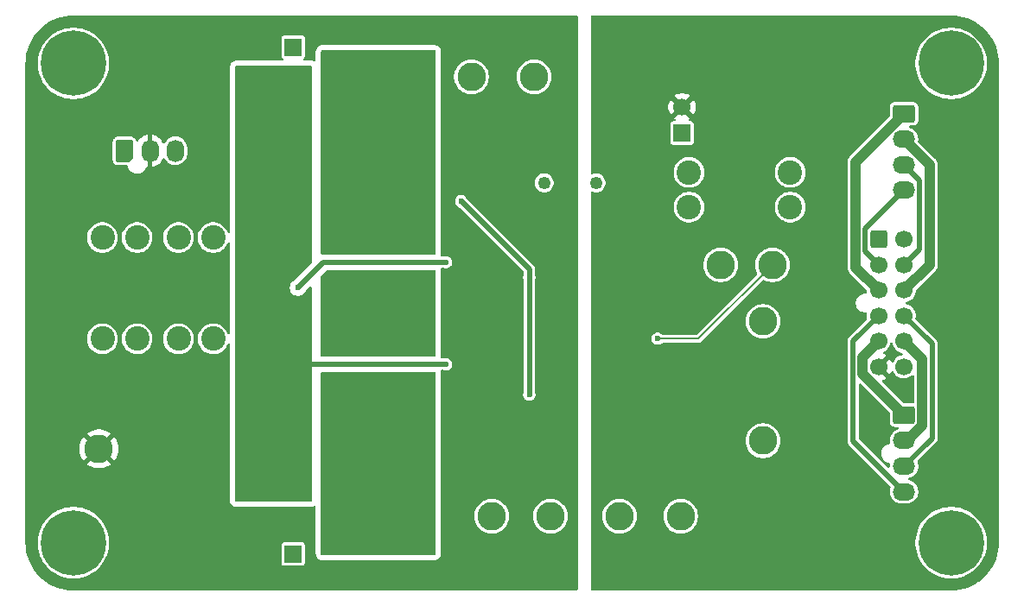
<source format=gbr>
%TF.GenerationSoftware,KiCad,Pcbnew,9.0.7*%
%TF.CreationDate,2026-01-13T18:02:55-06:00*%
%TF.ProjectId,ActivePrecharge RevB,41637469-7665-4507-9265-636861726765,rev?*%
%TF.SameCoordinates,Original*%
%TF.FileFunction,Copper,L2,Bot*%
%TF.FilePolarity,Positive*%
%FSLAX46Y46*%
G04 Gerber Fmt 4.6, Leading zero omitted, Abs format (unit mm)*
G04 Created by KiCad (PCBNEW 9.0.7) date 2026-01-13 18:02:55*
%MOMM*%
%LPD*%
G01*
G04 APERTURE LIST*
G04 Aperture macros list*
%AMRoundRect*
0 Rectangle with rounded corners*
0 $1 Rounding radius*
0 $2 $3 $4 $5 $6 $7 $8 $9 X,Y pos of 4 corners*
0 Add a 4 corners polygon primitive as box body*
4,1,4,$2,$3,$4,$5,$6,$7,$8,$9,$2,$3,0*
0 Add four circle primitives for the rounded corners*
1,1,$1+$1,$2,$3*
1,1,$1+$1,$4,$5*
1,1,$1+$1,$6,$7*
1,1,$1+$1,$8,$9*
0 Add four rect primitives between the rounded corners*
20,1,$1+$1,$2,$3,$4,$5,0*
20,1,$1+$1,$4,$5,$6,$7,0*
20,1,$1+$1,$6,$7,$8,$9,0*
20,1,$1+$1,$8,$9,$2,$3,0*%
%AMFreePoly0*
4,1,22,0.945671,0.830970,1.026777,0.776777,1.080970,0.695671,1.100000,0.600000,1.100000,-0.600000,1.080970,-0.695671,1.026777,-0.776777,0.945671,-0.830970,0.850000,-0.850000,-0.596447,-0.850000,-0.692118,-0.830970,-0.773224,-0.776777,-1.026777,-0.523224,-1.080970,-0.442118,-1.100000,-0.346447,-1.100000,0.600000,-1.080970,0.695671,-1.026777,0.776777,-0.945671,0.830970,-0.850000,0.850000,
0.850000,0.850000,0.945671,0.830970,0.945671,0.830970,$1*%
G04 Aperture macros list end*
%TA.AperFunction,ComponentPad*%
%ADD10C,2.800000*%
%TD*%
%TA.AperFunction,ComponentPad*%
%ADD11C,3.600000*%
%TD*%
%TA.AperFunction,ConnectorPad*%
%ADD12C,6.400000*%
%TD*%
%TA.AperFunction,ComponentPad*%
%ADD13C,2.400000*%
%TD*%
%TA.AperFunction,ComponentPad*%
%ADD14R,1.700000X1.700000*%
%TD*%
%TA.AperFunction,ComponentPad*%
%ADD15RoundRect,0.250000X-0.850000X-0.600000X0.850000X-0.600000X0.850000X0.600000X-0.850000X0.600000X0*%
%TD*%
%TA.AperFunction,ComponentPad*%
%ADD16O,2.200000X1.700000*%
%TD*%
%TA.AperFunction,ComponentPad*%
%ADD17C,1.700000*%
%TD*%
%TA.AperFunction,ComponentPad*%
%ADD18RoundRect,0.250000X-0.600000X-0.600000X0.600000X-0.600000X0.600000X0.600000X-0.600000X0.600000X0*%
%TD*%
%TA.AperFunction,ComponentPad*%
%ADD19FreePoly0,90.000000*%
%TD*%
%TA.AperFunction,ComponentPad*%
%ADD20O,1.700000X2.200000*%
%TD*%
%TA.AperFunction,ComponentPad*%
%ADD21R,1.250000X1.250000*%
%TD*%
%TA.AperFunction,ComponentPad*%
%ADD22C,1.250000*%
%TD*%
%TA.AperFunction,ViaPad*%
%ADD23C,0.600000*%
%TD*%
%TA.AperFunction,Conductor*%
%ADD24C,0.500000*%
%TD*%
%TA.AperFunction,Conductor*%
%ADD25C,1.000000*%
%TD*%
%TA.AperFunction,Conductor*%
%ADD26C,0.200000*%
%TD*%
G04 APERTURE END LIST*
D10*
%TO.P,TP6,1,1*%
%TO.N,/Vin1*%
X161750000Y-120900000D03*
%TD*%
D11*
%TO.P,H2,1,1*%
%TO.N,unconnected-(H2-Pad1)*%
X201000000Y-76500000D03*
D12*
%TO.N,unconnected-(H2-Pad1)_1*%
X201000000Y-76500000D03*
%TD*%
D11*
%TO.P,H1,1,1*%
%TO.N,unconnected-(H1-Pad1)*%
X115000000Y-76500000D03*
D12*
%TO.N,unconnected-(H1-Pad1)_2*%
X115000000Y-76500000D03*
%TD*%
D10*
%TO.P,TP1,1,1*%
%TO.N,HVGND*%
X117500000Y-114300000D03*
%TD*%
D13*
%TO.P,F3,1*%
%TO.N,3V3*%
X175310000Y-87190000D03*
X175310000Y-90590000D03*
%TO.P,F3,2*%
%TO.N,/3V3_PreFuse*%
X185230000Y-87190000D03*
X185230000Y-90590000D03*
%TD*%
D14*
%TO.P,J5,1,Pin_1*%
%TO.N,HV+*%
X136550000Y-124600000D03*
%TD*%
D10*
%TO.P,TP3,1,1*%
%TO.N,/VOut2*%
X182572500Y-113500000D03*
%TD*%
D15*
%TO.P,J3,1,Con+(24V)*%
%TO.N,/Main+*%
X196380000Y-111000000D03*
D16*
%TO.P,J3,2,Con-*%
%TO.N,/Main-*%
X196380000Y-113500000D03*
%TO.P,J3,3,Sense-*%
%TO.N,/MainSense-*%
X196380000Y-116000000D03*
%TO.P,J3,4,Sense+(24V)*%
%TO.N,/MainSense+*%
X196380000Y-118500000D03*
%TD*%
D14*
%TO.P,J7,1,Pin_1*%
%TO.N,3V3*%
X174645000Y-83325000D03*
D17*
%TO.P,J7,2,Pin_2*%
%TO.N,LVGND*%
X174645000Y-80785000D03*
%TD*%
D15*
%TO.P,J2,1,Con+(24V)*%
%TO.N,/Pre+*%
X196380000Y-81440000D03*
D16*
%TO.P,J2,2,Con-*%
%TO.N,/Pre-*%
X196380000Y-83940000D03*
%TO.P,J2,3,Sense-*%
%TO.N,/PreSense-*%
X196380000Y-86440000D03*
%TO.P,J2,4,Sense+(24V)*%
%TO.N,/PreSense+*%
X196380000Y-88940000D03*
%TD*%
D10*
%TO.P,TP4,1,1*%
%TO.N,REG_3V3*%
X154000000Y-77800000D03*
%TD*%
%TO.P,TP8,1,1*%
%TO.N,/V1-*%
X183500000Y-96250000D03*
%TD*%
D13*
%TO.P,F2,1*%
%TO.N,/HV-_PreFuse*%
X128700000Y-93580000D03*
X125300000Y-93580000D03*
%TO.P,F2,2*%
%TO.N,HV-*%
X128700000Y-103500000D03*
X125300000Y-103500000D03*
%TD*%
D11*
%TO.P,H3,1,1*%
%TO.N,unconnected-(H3-Pad1)_2*%
X115000000Y-123500000D03*
D12*
%TO.N,unconnected-(H3-Pad1)*%
X115000000Y-123500000D03*
%TD*%
D18*
%TO.P,J4,1,Pin_1*%
%TO.N,/3V3_PreFuse*%
X193890000Y-93750000D03*
D17*
%TO.P,J4,2,Pin_2*%
%TO.N,/PreSense+*%
X193890000Y-96250000D03*
%TO.P,J4,3,Pin_3*%
%TO.N,/Pre+*%
X193890000Y-98750000D03*
%TO.P,J4,4,Pin_4*%
%TO.N,/MainSense+*%
X193890000Y-101250000D03*
%TO.P,J4,5,Pin_5*%
%TO.N,/Main+*%
X193890000Y-103750000D03*
%TO.P,J4,6,Pin_6*%
%TO.N,LVGND*%
X193890000Y-106250000D03*
%TO.P,J4,7,Pin_7*%
%TO.N,/VOut1*%
X196390000Y-93750000D03*
%TO.P,J4,8,Pin_8*%
%TO.N,/PreSense-*%
X196390000Y-96250000D03*
%TO.P,J4,9,Pin_9*%
%TO.N,/Pre-*%
X196390000Y-98750000D03*
%TO.P,J4,10,Pin_10*%
%TO.N,/MainSense-*%
X196390000Y-101250000D03*
%TO.P,J4,11,Pin_11*%
%TO.N,/Main-*%
X196390000Y-103750000D03*
%TO.P,J4,12,Pin_12*%
%TO.N,/VOut2*%
X196390000Y-106250000D03*
%TD*%
D14*
%TO.P,J6,1,Pin_1*%
%TO.N,HV-*%
X136550000Y-74900000D03*
%TD*%
D13*
%TO.P,F1,1*%
%TO.N,/HV+_PreFuse*%
X121250000Y-93575000D03*
X117850000Y-93575000D03*
%TO.P,F1,2*%
%TO.N,/HV+_Fused*%
X121250000Y-103495000D03*
X117850000Y-103495000D03*
%TD*%
D10*
%TO.P,TP2,1,1*%
%TO.N,/VOut1*%
X182572500Y-101800000D03*
%TD*%
D11*
%TO.P,H4,1,1*%
%TO.N,unconnected-(H4-Pad1)_2*%
X201000000Y-123500000D03*
D12*
%TO.N,unconnected-(H4-Pad1)_1*%
X201000000Y-123500000D03*
%TD*%
D19*
%TO.P,J1,1,Pin_1*%
%TO.N,/HV+_PreFuse*%
X120000000Y-85068602D03*
D20*
%TO.P,J1,2,Pin_2*%
%TO.N,HVGND*%
X122500000Y-85068602D03*
%TO.P,J1,3,Pin_3*%
%TO.N,/HV-_PreFuse*%
X125000000Y-85068602D03*
%TD*%
D10*
%TO.P,TP10,1,1*%
%TO.N,/V2+*%
X168500000Y-120900000D03*
%TD*%
%TO.P,TP9,1,1*%
%TO.N,/Vin2*%
X156000000Y-120900000D03*
%TD*%
D21*
%TO.P,PS1,1,-VIN*%
%TO.N,LVGND*%
X168740000Y-88225000D03*
D22*
%TO.P,PS1,2,+VIN*%
%TO.N,3V3*%
X166200000Y-88225000D03*
%TO.P,PS1,3,-VOUT*%
%TO.N,HVGND*%
X163660000Y-88225000D03*
%TO.P,PS1,4,+VOUT*%
%TO.N,ISO_5V*%
X161120000Y-88225000D03*
%TD*%
D10*
%TO.P,TP7,1,1*%
%TO.N,/V1+*%
X178440000Y-96250000D03*
%TD*%
%TO.P,TP5,1,1*%
%TO.N,ISO_5V*%
X160150000Y-77800000D03*
%TD*%
%TO.P,TP11,1,1*%
%TO.N,/V2-*%
X174500000Y-120900000D03*
%TD*%
D23*
%TO.N,HVGND*%
X111000000Y-97250000D03*
X123500000Y-127250000D03*
X111000000Y-94750000D03*
X129000000Y-106000000D03*
X153500000Y-116000000D03*
X136000000Y-127250000D03*
X133500000Y-72250000D03*
X159000000Y-85000000D03*
X159000000Y-93750000D03*
X126500000Y-106000000D03*
X146000000Y-127250000D03*
X157250000Y-116000000D03*
X128500000Y-72250000D03*
X118500000Y-72250000D03*
X146000000Y-72250000D03*
X163500000Y-127250000D03*
X164000000Y-81250000D03*
X162750000Y-81250000D03*
X143500000Y-72250000D03*
X111000000Y-107250000D03*
X126000000Y-72250000D03*
X136000000Y-72250000D03*
X153000000Y-93750000D03*
X156000000Y-72250000D03*
X121000000Y-127250000D03*
X143500000Y-127250000D03*
X159000000Y-92500000D03*
X156000000Y-127250000D03*
X161000000Y-127250000D03*
X111000000Y-114750000D03*
X163500000Y-98500000D03*
X159000000Y-83750000D03*
X141000000Y-72250000D03*
X124000000Y-106000000D03*
X131000000Y-72250000D03*
X128500000Y-127250000D03*
X151500000Y-80000000D03*
X162750000Y-80000000D03*
X159000000Y-82500000D03*
X163500000Y-93500000D03*
X163500000Y-96000000D03*
X163500000Y-116000000D03*
X111000000Y-92250000D03*
X122250000Y-88500000D03*
X157750000Y-82500000D03*
X153000000Y-96250000D03*
X151000000Y-72250000D03*
X157250000Y-106000000D03*
X156000000Y-116000000D03*
X111000000Y-82250000D03*
X158500000Y-127250000D03*
X123500000Y-72250000D03*
X153500000Y-108500000D03*
X151500000Y-90000000D03*
X163500000Y-108500000D03*
X163500000Y-118500000D03*
X158500000Y-72250000D03*
X138500000Y-127250000D03*
X141000000Y-127250000D03*
X163500000Y-113500000D03*
X159000000Y-90000000D03*
X151500000Y-87500000D03*
X161500000Y-90000000D03*
X111000000Y-102250000D03*
X164000000Y-80000000D03*
X153000000Y-95000000D03*
X156500000Y-90000000D03*
X122250000Y-89750000D03*
X148500000Y-72250000D03*
X158500000Y-106000000D03*
X159000000Y-86250000D03*
X121000000Y-72250000D03*
X151000000Y-127250000D03*
X111000000Y-84750000D03*
X151500000Y-85000000D03*
X156000000Y-106000000D03*
X126000000Y-127250000D03*
X163500000Y-106000000D03*
X158500000Y-116000000D03*
X153500000Y-72250000D03*
X138500000Y-72250000D03*
X111000000Y-117250000D03*
X161000000Y-72250000D03*
X153000000Y-92500000D03*
X153500000Y-106000000D03*
X154750000Y-106000000D03*
X133500000Y-127250000D03*
X111000000Y-99750000D03*
X163500000Y-103500000D03*
X111000000Y-87250000D03*
X111000000Y-104750000D03*
X163500000Y-91000000D03*
X111000000Y-79750000D03*
X163500000Y-72250000D03*
X111000000Y-89750000D03*
X163500000Y-111000000D03*
X111000000Y-112250000D03*
X151500000Y-82500000D03*
X111000000Y-109750000D03*
X131000000Y-127250000D03*
X163500000Y-101000000D03*
X153500000Y-127250000D03*
X118500000Y-127250000D03*
X148500000Y-127250000D03*
X154750000Y-116000000D03*
X111000000Y-119750000D03*
X156500000Y-82500000D03*
%TO.N,REG_3V3*%
X153000000Y-90000000D03*
X159675000Y-109000000D03*
X159675000Y-97500000D03*
%TO.N,LVGND*%
X181000000Y-127250000D03*
X170250000Y-85000000D03*
X188500000Y-104500000D03*
X188500000Y-109500000D03*
X183500000Y-127250000D03*
X189750000Y-109500000D03*
X168500000Y-127250000D03*
X183500000Y-72250000D03*
X196000000Y-72250000D03*
X203500000Y-94750000D03*
X167250000Y-106000000D03*
X173500000Y-72250000D03*
X187250000Y-109500000D03*
X171000000Y-127250000D03*
X189750000Y-105750000D03*
X167250000Y-103500000D03*
X203500000Y-84750000D03*
X203500000Y-89750000D03*
X189750000Y-104500000D03*
X173500000Y-96000000D03*
X188500000Y-105750000D03*
X171500000Y-82500000D03*
X203500000Y-117250000D03*
X203500000Y-114750000D03*
X198500000Y-127250000D03*
X176000000Y-96000000D03*
X198500000Y-72250000D03*
X167250000Y-118500000D03*
X189750000Y-95750000D03*
X167250000Y-116000000D03*
X188500000Y-127250000D03*
X176000000Y-127250000D03*
X203500000Y-82250000D03*
X187250000Y-93250000D03*
X172250000Y-104750000D03*
X171000000Y-104750000D03*
X170250000Y-81250000D03*
X188500000Y-107000000D03*
X171500000Y-81250000D03*
X172250000Y-106000000D03*
X172250000Y-110250000D03*
X193500000Y-127250000D03*
X173500000Y-127250000D03*
X167250000Y-101000000D03*
X192250000Y-115750000D03*
X203500000Y-107250000D03*
X188500000Y-72250000D03*
X203500000Y-102250000D03*
X171000000Y-72250000D03*
X167250000Y-111000000D03*
X170250000Y-82500000D03*
X173500000Y-93500000D03*
X188500000Y-97000000D03*
X171500000Y-86250000D03*
X193500000Y-72250000D03*
X167250000Y-93500000D03*
X170250000Y-83750000D03*
X166000000Y-127250000D03*
X168500000Y-72250000D03*
X171500000Y-85000000D03*
X178500000Y-127250000D03*
X203500000Y-119750000D03*
X196000000Y-127250000D03*
X176250000Y-101000000D03*
X188500000Y-93250000D03*
X189750000Y-97000000D03*
X189750000Y-107000000D03*
X203500000Y-97250000D03*
X174750000Y-96000000D03*
X170250000Y-86250000D03*
X203500000Y-92250000D03*
X169750000Y-118500000D03*
X186000000Y-72250000D03*
X181000000Y-72250000D03*
X203500000Y-112250000D03*
X203500000Y-109750000D03*
X167250000Y-98500000D03*
X174750000Y-93500000D03*
X171000000Y-106000000D03*
X176000000Y-72250000D03*
X187250000Y-94500000D03*
X167250000Y-96000000D03*
X189750000Y-93250000D03*
X203500000Y-99750000D03*
X169750000Y-116000000D03*
X178500000Y-72250000D03*
X191000000Y-72250000D03*
X203500000Y-104750000D03*
X186000000Y-127250000D03*
X171500000Y-83750000D03*
X172250000Y-93500000D03*
X169750000Y-117250000D03*
X201000000Y-72250000D03*
X192250000Y-109500000D03*
X167250000Y-113500000D03*
X176000000Y-93500000D03*
X167250000Y-108500000D03*
X203500000Y-87250000D03*
X191000000Y-127250000D03*
%TO.N,HV+*%
X137000000Y-98500000D03*
X151500000Y-96000000D03*
%TO.N,HV-*%
X134000000Y-86000000D03*
X131500000Y-91000000D03*
X131500000Y-116000000D03*
X131500000Y-106000000D03*
X134000000Y-113500000D03*
X131500000Y-103500000D03*
X134000000Y-98500000D03*
X131500000Y-96000000D03*
X131500000Y-86000000D03*
X131500000Y-83500000D03*
X131500000Y-81000000D03*
X134000000Y-81000000D03*
X131500000Y-118500000D03*
X134000000Y-93500000D03*
X131500000Y-98500000D03*
X131500000Y-88500000D03*
X134000000Y-101000000D03*
X131500000Y-101000000D03*
X151500000Y-106000000D03*
X134000000Y-118500000D03*
X131500000Y-113500000D03*
X134000000Y-88500000D03*
X131500000Y-93500000D03*
X131500000Y-111000000D03*
X134000000Y-111000000D03*
X134000000Y-106000000D03*
%TO.N,/HEAT_DISSIPATION*%
X148980000Y-89210000D03*
X146980000Y-109760000D03*
X145980000Y-81660000D03*
X146980000Y-91210000D03*
X145980000Y-90210000D03*
X148980000Y-109760000D03*
X147980000Y-77660000D03*
X144980000Y-97210000D03*
X139980000Y-77660000D03*
X148980000Y-91210000D03*
X146980000Y-84660000D03*
X148980000Y-93210000D03*
X144980000Y-91210000D03*
X141980000Y-102760000D03*
X140980000Y-120310000D03*
X148980000Y-107760000D03*
X140980000Y-118310000D03*
X144980000Y-118310000D03*
X140980000Y-82660000D03*
X148980000Y-116310000D03*
X141980000Y-115310000D03*
X142980000Y-82660000D03*
X140980000Y-107760000D03*
X147980000Y-119310000D03*
X145980000Y-117310000D03*
X147980000Y-110760000D03*
X148980000Y-82660000D03*
X139980000Y-81660000D03*
X147980000Y-102760000D03*
X140980000Y-122310000D03*
X141980000Y-77660000D03*
X146980000Y-118310000D03*
X147980000Y-85660000D03*
X143980000Y-115310000D03*
X142980000Y-84660000D03*
X141980000Y-79660000D03*
X144980000Y-84660000D03*
X139980000Y-94210000D03*
X146980000Y-116310000D03*
X148980000Y-101760000D03*
X145980000Y-79660000D03*
X145980000Y-119310000D03*
X144980000Y-107760000D03*
X141980000Y-92210000D03*
X145980000Y-121310000D03*
X148980000Y-120310000D03*
X148980000Y-103760000D03*
X147980000Y-108760000D03*
X142980000Y-91210000D03*
X141980000Y-119310000D03*
X145980000Y-104760000D03*
X143980000Y-79660000D03*
X141980000Y-121310000D03*
X140980000Y-78660000D03*
X146980000Y-120310000D03*
X143980000Y-121310000D03*
X145980000Y-94210000D03*
X144980000Y-82660000D03*
X147980000Y-94210000D03*
X144980000Y-116310000D03*
X144980000Y-80660000D03*
X146980000Y-89210000D03*
X142980000Y-118310000D03*
X142980000Y-103760000D03*
X140980000Y-84660000D03*
X148980000Y-78660000D03*
X142980000Y-78660000D03*
X139980000Y-92210000D03*
X145980000Y-108760000D03*
X148980000Y-80660000D03*
X148980000Y-122310000D03*
X141980000Y-108760000D03*
X143980000Y-92210000D03*
X146980000Y-76660000D03*
X141980000Y-83660000D03*
X146980000Y-97210000D03*
X146980000Y-122310000D03*
X147980000Y-98210000D03*
X143980000Y-108760000D03*
X146980000Y-101760000D03*
X139980000Y-83660000D03*
X144980000Y-109760000D03*
X143980000Y-119310000D03*
X143980000Y-94210000D03*
X146980000Y-103760000D03*
X143980000Y-104760000D03*
X143980000Y-81660000D03*
X146980000Y-107760000D03*
X144980000Y-120310000D03*
X139980000Y-90210000D03*
X139980000Y-117310000D03*
X147980000Y-92210000D03*
X142980000Y-120310000D03*
X145980000Y-83660000D03*
X139980000Y-119310000D03*
X142980000Y-93210000D03*
X146980000Y-78660000D03*
X141980000Y-117310000D03*
X141980000Y-81660000D03*
X139980000Y-115310000D03*
X145980000Y-92210000D03*
X143980000Y-117310000D03*
X147980000Y-115310000D03*
X139980000Y-108760000D03*
X147980000Y-83660000D03*
X146980000Y-82660000D03*
X147980000Y-117310000D03*
X145980000Y-115310000D03*
X147980000Y-121310000D03*
X139980000Y-104760000D03*
X139980000Y-79660000D03*
X143980000Y-83660000D03*
X142980000Y-109760000D03*
X140980000Y-109760000D03*
X142980000Y-97210000D03*
X144980000Y-78660000D03*
X148980000Y-114310000D03*
X145980000Y-77660000D03*
X148980000Y-97210000D03*
X143980000Y-102760000D03*
X144980000Y-103760000D03*
X140980000Y-91210000D03*
X142980000Y-107760000D03*
X140980000Y-97210000D03*
X139980000Y-121310000D03*
X141980000Y-94210000D03*
X147980000Y-123310000D03*
X147980000Y-90210000D03*
X147980000Y-81660000D03*
X147980000Y-79660000D03*
X148980000Y-118310000D03*
X144980000Y-122310000D03*
X147980000Y-104760000D03*
X140980000Y-80660000D03*
X144980000Y-93210000D03*
X142980000Y-116310000D03*
X140980000Y-93210000D03*
X142980000Y-122310000D03*
X145980000Y-102760000D03*
X146980000Y-114310000D03*
X143980000Y-77660000D03*
X142980000Y-80660000D03*
X139980000Y-102760000D03*
X140980000Y-116310000D03*
X148980000Y-84660000D03*
X141980000Y-104760000D03*
X146980000Y-80660000D03*
X140980000Y-103760000D03*
X143980000Y-90210000D03*
X146980000Y-93210000D03*
X141980000Y-90210000D03*
X148980000Y-76660000D03*
%TO.N,/V1-*%
X172250000Y-103500000D03*
%TD*%
D24*
%TO.N,REG_3V3*%
X159675000Y-97500000D02*
X159675000Y-109000000D01*
X159675000Y-96675000D02*
X153000000Y-90000000D01*
X159675000Y-97500000D02*
X159675000Y-96675000D01*
%TO.N,HV+*%
X139500000Y-96000000D02*
X151500000Y-96000000D01*
X137000000Y-98500000D02*
X139500000Y-96000000D01*
%TO.N,HV-*%
X134000000Y-106000000D02*
X151500000Y-106000000D01*
%TO.N,/MainSense-*%
X199132000Y-103992000D02*
X199132000Y-113248000D01*
X196390000Y-101250000D02*
X199132000Y-103992000D01*
X199132000Y-113248000D02*
X196380000Y-116000000D01*
D25*
%TO.N,/Main-*%
X198181000Y-112000844D02*
X196681844Y-113500000D01*
X196390000Y-103750000D02*
X198181000Y-105541000D01*
X196681844Y-113500000D02*
X196380000Y-113500000D01*
X198181000Y-105541000D02*
X198181000Y-112000844D01*
D24*
%TO.N,/PreSense+*%
X192589000Y-94949000D02*
X193890000Y-96250000D01*
X196380000Y-88940000D02*
X192589000Y-92731000D01*
X192589000Y-92731000D02*
X192589000Y-94949000D01*
%TO.N,/PreSense-*%
X197931000Y-94709000D02*
X196390000Y-96250000D01*
X196380000Y-86440000D02*
X197931000Y-87991000D01*
X197931000Y-87991000D02*
X197931000Y-94709000D01*
D25*
%TO.N,/Pre+*%
X191638000Y-96498000D02*
X193890000Y-98750000D01*
X196380000Y-81440000D02*
X191638000Y-86182000D01*
X191638000Y-86182000D02*
X191638000Y-96498000D01*
%TO.N,/Pre-*%
X196380000Y-83940000D02*
X198882000Y-86442000D01*
X198882000Y-96258000D02*
X196390000Y-98750000D01*
X198882000Y-86442000D02*
X198882000Y-96258000D01*
%TO.N,/Main+*%
X193890000Y-103750000D02*
X192339000Y-105301000D01*
X192339000Y-106959000D02*
X196380000Y-111000000D01*
X192339000Y-105301000D02*
X192339000Y-106959000D01*
D24*
%TO.N,/MainSense+*%
X191388000Y-113508000D02*
X196380000Y-118500000D01*
X191388000Y-103752000D02*
X191388000Y-113508000D01*
X193890000Y-101250000D02*
X191388000Y-103752000D01*
D26*
%TO.N,/V1-*%
X176250000Y-103500000D02*
X183500000Y-96250000D01*
X172250000Y-103500000D02*
X176250000Y-103500000D01*
%TD*%
%TA.AperFunction,Conductor*%
%TO.N,LVGND*%
G36*
X192143703Y-107896227D02*
G01*
X192150181Y-107902259D01*
X194943181Y-110695259D01*
X194976666Y-110756582D01*
X194979500Y-110782940D01*
X194979500Y-111643102D01*
X194985126Y-111689954D01*
X194990122Y-111731561D01*
X195045639Y-111872343D01*
X195137077Y-111992922D01*
X195257656Y-112084360D01*
X195257657Y-112084360D01*
X195257658Y-112084361D01*
X195398436Y-112139877D01*
X195486898Y-112150500D01*
X195777331Y-112150500D01*
X195844370Y-112170185D01*
X195890125Y-112222989D01*
X195900069Y-112292147D01*
X195871044Y-112355703D01*
X195815649Y-112392431D01*
X195688363Y-112433787D01*
X195688360Y-112433788D01*
X195527002Y-112516006D01*
X195380505Y-112622441D01*
X195380500Y-112622445D01*
X195252445Y-112750500D01*
X195252441Y-112750505D01*
X195146006Y-112897002D01*
X195063788Y-113058360D01*
X195063787Y-113058363D01*
X195007829Y-113230589D01*
X194979500Y-113409448D01*
X194979500Y-113590551D01*
X194999123Y-113714444D01*
X194990169Y-113783737D01*
X194945172Y-113837189D01*
X194900842Y-113855459D01*
X194776172Y-113880258D01*
X194776166Y-113880260D01*
X194611560Y-113948442D01*
X194463412Y-114047430D01*
X194337430Y-114173412D01*
X194238442Y-114321560D01*
X194170260Y-114486166D01*
X194170258Y-114486172D01*
X194135500Y-114660912D01*
X194135500Y-114660915D01*
X194135500Y-114839085D01*
X194135500Y-114839087D01*
X194135499Y-114839087D01*
X194170258Y-115013827D01*
X194170260Y-115013833D01*
X194238442Y-115178439D01*
X194337430Y-115326587D01*
X194463412Y-115452569D01*
X194463415Y-115452571D01*
X194611559Y-115551557D01*
X194776167Y-115619740D01*
X194832888Y-115631022D01*
X194900841Y-115644540D01*
X194962752Y-115676925D01*
X194997327Y-115737641D01*
X194999123Y-115785555D01*
X194979500Y-115909448D01*
X194979500Y-116021613D01*
X194959815Y-116088652D01*
X194907011Y-116134407D01*
X194837853Y-116144351D01*
X194774297Y-116115326D01*
X194767819Y-116109294D01*
X191974819Y-113316294D01*
X191941334Y-113254971D01*
X191938500Y-113228613D01*
X191938500Y-107989940D01*
X191958185Y-107922901D01*
X192010989Y-107877146D01*
X192080147Y-107867202D01*
X192143703Y-107896227D01*
G37*
%TD.AperFunction*%
%TA.AperFunction,Conductor*%
G36*
X195005270Y-107011717D02*
G01*
X195005270Y-107011716D01*
X195044622Y-106957554D01*
X195141466Y-106767488D01*
X195189440Y-106716692D01*
X195257261Y-106699897D01*
X195323396Y-106722434D01*
X195362435Y-106767488D01*
X195406002Y-106852992D01*
X195406003Y-106852993D01*
X195512441Y-106999494D01*
X195512445Y-106999499D01*
X195640500Y-107127554D01*
X195640505Y-107127558D01*
X195720829Y-107185916D01*
X195787006Y-107233996D01*
X195892484Y-107287740D01*
X195948360Y-107316211D01*
X195948363Y-107316212D01*
X196034476Y-107344191D01*
X196120591Y-107372171D01*
X196203429Y-107385291D01*
X196299449Y-107400500D01*
X196299454Y-107400500D01*
X196480551Y-107400500D01*
X196567259Y-107386765D01*
X196659409Y-107372171D01*
X196831639Y-107316211D01*
X196992994Y-107233996D01*
X197139501Y-107127553D01*
X197168819Y-107098235D01*
X197230142Y-107064750D01*
X197299834Y-107069734D01*
X197355767Y-107111606D01*
X197380184Y-107177070D01*
X197380500Y-107185916D01*
X197380500Y-109725500D01*
X197360815Y-109792539D01*
X197308011Y-109838294D01*
X197256500Y-109849500D01*
X196412940Y-109849500D01*
X196345901Y-109829815D01*
X196325259Y-109813181D01*
X194253135Y-107741057D01*
X194219650Y-107679734D01*
X194224634Y-107610042D01*
X194266506Y-107554109D01*
X194302499Y-107535445D01*
X194408215Y-107501096D01*
X194597554Y-107404622D01*
X194651716Y-107365270D01*
X194651717Y-107365270D01*
X194101059Y-106814612D01*
X194121591Y-106809111D01*
X194258408Y-106730119D01*
X194370119Y-106618408D01*
X194449111Y-106481591D01*
X194454612Y-106461059D01*
X195005270Y-107011717D01*
G37*
%TD.AperFunction*%
%TA.AperFunction,Conductor*%
G36*
X195157071Y-103886246D02*
G01*
X195176630Y-103886526D01*
X195190040Y-103895417D01*
X195205543Y-103899730D01*
X195218561Y-103914327D01*
X195234863Y-103925136D01*
X195241855Y-103940446D01*
X195252047Y-103951875D01*
X195262473Y-103985594D01*
X195267829Y-104019410D01*
X195323787Y-104191636D01*
X195323788Y-104191639D01*
X195364422Y-104271386D01*
X195405722Y-104352441D01*
X195406006Y-104352997D01*
X195512441Y-104499494D01*
X195512445Y-104499499D01*
X195640500Y-104627554D01*
X195640505Y-104627558D01*
X195768287Y-104720396D01*
X195787006Y-104733996D01*
X195872511Y-104777563D01*
X195948360Y-104816211D01*
X195948363Y-104816212D01*
X196034476Y-104844191D01*
X196120591Y-104872171D01*
X196145291Y-104876083D01*
X196154406Y-104877527D01*
X196217540Y-104907457D01*
X196254471Y-104966768D01*
X196253473Y-105036631D01*
X196214863Y-105094863D01*
X196154406Y-105122473D01*
X196120589Y-105127829D01*
X195948363Y-105183787D01*
X195948360Y-105183788D01*
X195787002Y-105266006D01*
X195640505Y-105372441D01*
X195640500Y-105372445D01*
X195512445Y-105500500D01*
X195512441Y-105500505D01*
X195406004Y-105647004D01*
X195362435Y-105732512D01*
X195314460Y-105783307D01*
X195246639Y-105800102D01*
X195180504Y-105777564D01*
X195141466Y-105732511D01*
X195044624Y-105542449D01*
X195005270Y-105488282D01*
X195005269Y-105488282D01*
X194454612Y-106038940D01*
X194449111Y-106018409D01*
X194370119Y-105881592D01*
X194258408Y-105769881D01*
X194121591Y-105690889D01*
X194101057Y-105685386D01*
X194651716Y-105134728D01*
X194597550Y-105095375D01*
X194407488Y-104998533D01*
X194356692Y-104950558D01*
X194339897Y-104882737D01*
X194362435Y-104816602D01*
X194407489Y-104777563D01*
X194492994Y-104733996D01*
X194639501Y-104627553D01*
X194767553Y-104499501D01*
X194873996Y-104352994D01*
X194956211Y-104191639D01*
X195012171Y-104019409D01*
X195017527Y-103985594D01*
X195024418Y-103971055D01*
X195026481Y-103955097D01*
X195039077Y-103940133D01*
X195047456Y-103922459D01*
X195061116Y-103913952D01*
X195071478Y-103901645D01*
X195090162Y-103895867D01*
X195106768Y-103885528D01*
X195122857Y-103885757D01*
X195138229Y-103881005D01*
X195157071Y-103886246D01*
G37*
%TD.AperFunction*%
%TA.AperFunction,Conductor*%
G36*
X201002702Y-71800617D02*
G01*
X201404202Y-71818147D01*
X201414937Y-71819087D01*
X201810693Y-71871189D01*
X201821331Y-71873064D01*
X202211043Y-71959462D01*
X202221483Y-71962260D01*
X202602168Y-72082289D01*
X202612315Y-72085982D01*
X202981102Y-72238739D01*
X202990893Y-72243305D01*
X203344942Y-72427611D01*
X203354310Y-72433019D01*
X203690959Y-72647488D01*
X203699820Y-72653693D01*
X204016487Y-72896680D01*
X204024774Y-72903634D01*
X204319056Y-73173294D01*
X204326705Y-73180943D01*
X204596365Y-73475225D01*
X204603319Y-73483512D01*
X204846306Y-73800179D01*
X204852511Y-73809040D01*
X205066980Y-74145689D01*
X205072388Y-74155057D01*
X205256691Y-74509099D01*
X205261263Y-74518903D01*
X205414013Y-74887674D01*
X205417713Y-74897840D01*
X205537738Y-75278512D01*
X205540538Y-75288960D01*
X205626933Y-75678660D01*
X205628811Y-75689314D01*
X205680910Y-76085042D01*
X205681853Y-76095818D01*
X205699382Y-76497297D01*
X205699500Y-76502706D01*
X205699500Y-123497293D01*
X205699382Y-123502702D01*
X205681853Y-123904181D01*
X205680910Y-123914957D01*
X205628811Y-124310685D01*
X205626933Y-124321339D01*
X205540538Y-124711039D01*
X205537738Y-124721487D01*
X205417713Y-125102159D01*
X205414013Y-125112325D01*
X205261263Y-125481096D01*
X205256691Y-125490900D01*
X205072388Y-125844942D01*
X205066980Y-125854310D01*
X204852511Y-126190959D01*
X204846306Y-126199820D01*
X204603319Y-126516487D01*
X204596365Y-126524774D01*
X204326705Y-126819056D01*
X204319056Y-126826705D01*
X204024774Y-127096365D01*
X204016487Y-127103319D01*
X203699820Y-127346306D01*
X203690959Y-127352511D01*
X203354310Y-127566980D01*
X203344942Y-127572388D01*
X202990900Y-127756691D01*
X202981096Y-127761263D01*
X202612325Y-127914013D01*
X202602159Y-127917713D01*
X202221487Y-128037738D01*
X202211039Y-128040538D01*
X201821339Y-128126933D01*
X201810685Y-128128811D01*
X201414957Y-128180910D01*
X201404181Y-128181853D01*
X201002703Y-128199382D01*
X200997294Y-128199500D01*
X165814000Y-128199500D01*
X165746961Y-128179815D01*
X165701206Y-128127011D01*
X165690000Y-128075500D01*
X165690000Y-123328034D01*
X197499500Y-123328034D01*
X197499500Y-123671965D01*
X197533210Y-124014249D01*
X197600308Y-124351572D01*
X197700150Y-124680706D01*
X197831770Y-124998464D01*
X197831772Y-124998469D01*
X197993893Y-125301775D01*
X197993904Y-125301793D01*
X198184975Y-125587751D01*
X198184985Y-125587765D01*
X198403176Y-125853632D01*
X198646367Y-126096823D01*
X198646372Y-126096827D01*
X198646373Y-126096828D01*
X198912240Y-126315019D01*
X199198213Y-126506100D01*
X199198222Y-126506105D01*
X199198224Y-126506106D01*
X199501530Y-126668227D01*
X199501532Y-126668227D01*
X199501538Y-126668231D01*
X199819295Y-126799850D01*
X200148422Y-126899690D01*
X200485750Y-126966789D01*
X200828031Y-127000500D01*
X200828034Y-127000500D01*
X201171966Y-127000500D01*
X201171969Y-127000500D01*
X201514250Y-126966789D01*
X201851578Y-126899690D01*
X202180705Y-126799850D01*
X202498462Y-126668231D01*
X202801787Y-126506100D01*
X203087760Y-126315019D01*
X203353627Y-126096828D01*
X203596828Y-125853627D01*
X203815019Y-125587760D01*
X204006100Y-125301787D01*
X204168231Y-124998462D01*
X204299850Y-124680705D01*
X204399690Y-124351578D01*
X204466789Y-124014250D01*
X204500500Y-123671969D01*
X204500500Y-123328031D01*
X204466789Y-122985750D01*
X204399690Y-122648422D01*
X204299850Y-122319295D01*
X204168231Y-122001538D01*
X204006100Y-121698213D01*
X203815019Y-121412240D01*
X203596828Y-121146373D01*
X203596827Y-121146372D01*
X203596823Y-121146367D01*
X203353632Y-120903176D01*
X203087765Y-120684985D01*
X203087764Y-120684984D01*
X203087760Y-120684981D01*
X202801787Y-120493900D01*
X202801782Y-120493897D01*
X202801775Y-120493893D01*
X202498469Y-120331772D01*
X202498464Y-120331770D01*
X202180706Y-120200150D01*
X201851572Y-120100308D01*
X201514248Y-120033210D01*
X201514249Y-120033210D01*
X201256456Y-120007821D01*
X201171969Y-119999500D01*
X200828031Y-119999500D01*
X200749966Y-120007188D01*
X200485750Y-120033210D01*
X200148427Y-120100308D01*
X199819293Y-120200150D01*
X199501535Y-120331770D01*
X199501530Y-120331772D01*
X199198224Y-120493893D01*
X199198206Y-120493904D01*
X198912248Y-120684975D01*
X198912234Y-120684985D01*
X198646367Y-120903176D01*
X198403176Y-121146367D01*
X198184985Y-121412234D01*
X198184975Y-121412248D01*
X197993904Y-121698206D01*
X197993893Y-121698224D01*
X197831772Y-122001530D01*
X197831770Y-122001535D01*
X197700150Y-122319293D01*
X197600308Y-122648427D01*
X197533210Y-122985750D01*
X197499500Y-123328034D01*
X165690000Y-123328034D01*
X165690000Y-120788549D01*
X166799500Y-120788549D01*
X166799500Y-121011450D01*
X166799501Y-121011466D01*
X166828594Y-121232452D01*
X166828595Y-121232457D01*
X166828596Y-121232463D01*
X166876767Y-121412240D01*
X166886290Y-121447780D01*
X166886293Y-121447790D01*
X166971593Y-121653722D01*
X166971595Y-121653726D01*
X167083052Y-121846774D01*
X167083057Y-121846780D01*
X167083058Y-121846782D01*
X167218751Y-122023622D01*
X167218757Y-122023629D01*
X167376370Y-122181242D01*
X167376376Y-122181247D01*
X167553226Y-122316948D01*
X167746274Y-122428405D01*
X167952219Y-122513710D01*
X168167537Y-122571404D01*
X168388543Y-122600500D01*
X168388550Y-122600500D01*
X168611450Y-122600500D01*
X168611457Y-122600500D01*
X168832463Y-122571404D01*
X169047781Y-122513710D01*
X169253726Y-122428405D01*
X169446774Y-122316948D01*
X169623624Y-122181247D01*
X169781247Y-122023624D01*
X169916948Y-121846774D01*
X170028405Y-121653726D01*
X170113710Y-121447781D01*
X170171404Y-121232463D01*
X170200500Y-121011457D01*
X170200500Y-120788549D01*
X172799500Y-120788549D01*
X172799500Y-121011450D01*
X172799501Y-121011466D01*
X172828594Y-121232452D01*
X172828595Y-121232457D01*
X172828596Y-121232463D01*
X172876767Y-121412240D01*
X172886290Y-121447780D01*
X172886293Y-121447790D01*
X172971593Y-121653722D01*
X172971595Y-121653726D01*
X173083052Y-121846774D01*
X173083057Y-121846780D01*
X173083058Y-121846782D01*
X173218751Y-122023622D01*
X173218757Y-122023629D01*
X173376370Y-122181242D01*
X173376376Y-122181247D01*
X173553226Y-122316948D01*
X173746274Y-122428405D01*
X173952219Y-122513710D01*
X174167537Y-122571404D01*
X174388543Y-122600500D01*
X174388550Y-122600500D01*
X174611450Y-122600500D01*
X174611457Y-122600500D01*
X174832463Y-122571404D01*
X175047781Y-122513710D01*
X175253726Y-122428405D01*
X175446774Y-122316948D01*
X175623624Y-122181247D01*
X175781247Y-122023624D01*
X175916948Y-121846774D01*
X176028405Y-121653726D01*
X176113710Y-121447781D01*
X176171404Y-121232463D01*
X176200500Y-121011457D01*
X176200500Y-120788543D01*
X176171404Y-120567537D01*
X176113710Y-120352219D01*
X176028405Y-120146274D01*
X175916948Y-119953226D01*
X175781247Y-119776376D01*
X175781242Y-119776370D01*
X175623629Y-119618757D01*
X175623622Y-119618751D01*
X175446782Y-119483058D01*
X175446780Y-119483057D01*
X175446774Y-119483052D01*
X175253726Y-119371595D01*
X175253722Y-119371593D01*
X175047790Y-119286293D01*
X175047783Y-119286291D01*
X175047781Y-119286290D01*
X174832463Y-119228596D01*
X174832457Y-119228595D01*
X174832452Y-119228594D01*
X174611466Y-119199501D01*
X174611463Y-119199500D01*
X174611457Y-119199500D01*
X174388543Y-119199500D01*
X174388537Y-119199500D01*
X174388533Y-119199501D01*
X174167547Y-119228594D01*
X174167540Y-119228595D01*
X174167537Y-119228596D01*
X173952219Y-119286290D01*
X173952209Y-119286293D01*
X173746277Y-119371593D01*
X173746273Y-119371595D01*
X173553226Y-119483052D01*
X173553217Y-119483058D01*
X173376377Y-119618751D01*
X173376370Y-119618757D01*
X173218757Y-119776370D01*
X173218751Y-119776377D01*
X173083058Y-119953217D01*
X173083052Y-119953226D01*
X172971595Y-120146273D01*
X172971593Y-120146277D01*
X172886293Y-120352209D01*
X172886290Y-120352219D01*
X172828597Y-120567534D01*
X172828594Y-120567547D01*
X172799501Y-120788533D01*
X172799500Y-120788549D01*
X170200500Y-120788549D01*
X170200500Y-120788543D01*
X170171404Y-120567537D01*
X170113710Y-120352219D01*
X170028405Y-120146274D01*
X169916948Y-119953226D01*
X169781247Y-119776376D01*
X169781242Y-119776370D01*
X169623629Y-119618757D01*
X169623622Y-119618751D01*
X169446782Y-119483058D01*
X169446780Y-119483057D01*
X169446774Y-119483052D01*
X169253726Y-119371595D01*
X169253722Y-119371593D01*
X169047790Y-119286293D01*
X169047783Y-119286291D01*
X169047781Y-119286290D01*
X168832463Y-119228596D01*
X168832457Y-119228595D01*
X168832452Y-119228594D01*
X168611466Y-119199501D01*
X168611463Y-119199500D01*
X168611457Y-119199500D01*
X168388543Y-119199500D01*
X168388537Y-119199500D01*
X168388533Y-119199501D01*
X168167547Y-119228594D01*
X168167540Y-119228595D01*
X168167537Y-119228596D01*
X167952219Y-119286290D01*
X167952209Y-119286293D01*
X167746277Y-119371593D01*
X167746273Y-119371595D01*
X167553226Y-119483052D01*
X167553217Y-119483058D01*
X167376377Y-119618751D01*
X167376370Y-119618757D01*
X167218757Y-119776370D01*
X167218751Y-119776377D01*
X167083058Y-119953217D01*
X167083052Y-119953226D01*
X166971595Y-120146273D01*
X166971593Y-120146277D01*
X166886293Y-120352209D01*
X166886290Y-120352219D01*
X166828597Y-120567534D01*
X166828594Y-120567547D01*
X166799501Y-120788533D01*
X166799500Y-120788549D01*
X165690000Y-120788549D01*
X165690000Y-113388549D01*
X180872000Y-113388549D01*
X180872000Y-113611450D01*
X180872001Y-113611466D01*
X180901094Y-113832452D01*
X180901095Y-113832457D01*
X180901096Y-113832463D01*
X180932173Y-113948443D01*
X180958790Y-114047780D01*
X180958793Y-114047790D01*
X181010829Y-114173415D01*
X181044095Y-114253726D01*
X181155552Y-114446774D01*
X181155557Y-114446780D01*
X181155558Y-114446782D01*
X181291251Y-114623622D01*
X181291257Y-114623629D01*
X181448870Y-114781242D01*
X181448877Y-114781248D01*
X181558504Y-114865367D01*
X181625726Y-114916948D01*
X181818774Y-115028405D01*
X182024719Y-115113710D01*
X182240037Y-115171404D01*
X182461043Y-115200500D01*
X182461050Y-115200500D01*
X182683950Y-115200500D01*
X182683957Y-115200500D01*
X182904963Y-115171404D01*
X183120281Y-115113710D01*
X183326226Y-115028405D01*
X183519274Y-114916948D01*
X183696124Y-114781247D01*
X183853747Y-114623624D01*
X183989448Y-114446774D01*
X184100905Y-114253726D01*
X184186210Y-114047781D01*
X184243904Y-113832463D01*
X184273000Y-113611457D01*
X184273000Y-113388543D01*
X184243904Y-113167537D01*
X184186210Y-112952219D01*
X184100905Y-112746274D01*
X183989448Y-112553226D01*
X183897800Y-112433787D01*
X183853748Y-112376377D01*
X183853742Y-112376370D01*
X183696129Y-112218757D01*
X183696122Y-112218751D01*
X183519282Y-112083058D01*
X183519280Y-112083057D01*
X183519274Y-112083052D01*
X183326226Y-111971595D01*
X183326222Y-111971593D01*
X183120290Y-111886293D01*
X183120283Y-111886291D01*
X183120281Y-111886290D01*
X182904963Y-111828596D01*
X182904957Y-111828595D01*
X182904952Y-111828594D01*
X182683966Y-111799501D01*
X182683963Y-111799500D01*
X182683957Y-111799500D01*
X182461043Y-111799500D01*
X182461037Y-111799500D01*
X182461033Y-111799501D01*
X182240047Y-111828594D01*
X182240040Y-111828595D01*
X182240037Y-111828596D01*
X182076774Y-111872342D01*
X182024719Y-111886290D01*
X182024709Y-111886293D01*
X181818777Y-111971593D01*
X181818773Y-111971595D01*
X181625726Y-112083052D01*
X181625717Y-112083058D01*
X181448877Y-112218751D01*
X181448870Y-112218757D01*
X181291257Y-112376370D01*
X181291251Y-112376377D01*
X181155558Y-112553217D01*
X181155552Y-112553226D01*
X181044095Y-112746273D01*
X181044093Y-112746277D01*
X180958793Y-112952209D01*
X180958790Y-112952219D01*
X180930350Y-113058361D01*
X180901097Y-113167534D01*
X180901094Y-113167547D01*
X180872001Y-113388533D01*
X180872000Y-113388549D01*
X165690000Y-113388549D01*
X165690000Y-103420943D01*
X171649500Y-103420943D01*
X171649500Y-103579057D01*
X171676421Y-103679525D01*
X171690423Y-103731783D01*
X171690426Y-103731790D01*
X171769475Y-103868709D01*
X171769479Y-103868714D01*
X171769480Y-103868716D01*
X171881284Y-103980520D01*
X171881286Y-103980521D01*
X171881290Y-103980524D01*
X171948642Y-104019409D01*
X172018216Y-104059577D01*
X172170943Y-104100500D01*
X172170945Y-104100500D01*
X172329055Y-104100500D01*
X172329057Y-104100500D01*
X172481784Y-104059577D01*
X172618716Y-103980520D01*
X172662417Y-103936819D01*
X172723740Y-103903334D01*
X172750098Y-103900500D01*
X176302725Y-103900500D01*
X176302727Y-103900500D01*
X176404588Y-103873207D01*
X176495913Y-103820480D01*
X178627843Y-101688549D01*
X180872000Y-101688549D01*
X180872000Y-101911450D01*
X180872001Y-101911466D01*
X180901094Y-102132452D01*
X180901095Y-102132457D01*
X180901096Y-102132463D01*
X180901097Y-102132465D01*
X180958790Y-102347780D01*
X180958793Y-102347790D01*
X181035606Y-102533232D01*
X181044095Y-102553726D01*
X181155552Y-102746774D01*
X181155557Y-102746780D01*
X181155558Y-102746782D01*
X181291251Y-102923622D01*
X181291257Y-102923629D01*
X181448870Y-103081242D01*
X181448877Y-103081248D01*
X181472664Y-103099500D01*
X181625726Y-103216948D01*
X181818774Y-103328405D01*
X182024719Y-103413710D01*
X182240037Y-103471404D01*
X182461043Y-103500500D01*
X182461050Y-103500500D01*
X182683950Y-103500500D01*
X182683957Y-103500500D01*
X182904963Y-103471404D01*
X183120281Y-103413710D01*
X183326226Y-103328405D01*
X183519274Y-103216948D01*
X183696124Y-103081247D01*
X183853747Y-102923624D01*
X183989448Y-102746774D01*
X184100905Y-102553726D01*
X184186210Y-102347781D01*
X184243904Y-102132463D01*
X184273000Y-101911457D01*
X184273000Y-101688543D01*
X184243904Y-101467537D01*
X184186210Y-101252219D01*
X184100905Y-101046274D01*
X183989448Y-100853226D01*
X183873847Y-100702571D01*
X183853748Y-100676377D01*
X183853742Y-100676370D01*
X183696129Y-100518757D01*
X183696122Y-100518751D01*
X183519282Y-100383058D01*
X183519280Y-100383057D01*
X183519274Y-100383052D01*
X183326226Y-100271595D01*
X183326222Y-100271593D01*
X183120290Y-100186293D01*
X183120283Y-100186291D01*
X183120281Y-100186290D01*
X182904963Y-100128596D01*
X182904957Y-100128595D01*
X182904952Y-100128594D01*
X182683966Y-100099501D01*
X182683963Y-100099500D01*
X182683957Y-100099500D01*
X182461043Y-100099500D01*
X182461037Y-100099500D01*
X182461033Y-100099501D01*
X182240047Y-100128594D01*
X182240040Y-100128595D01*
X182240037Y-100128596D01*
X182034060Y-100183787D01*
X182024719Y-100186290D01*
X182024709Y-100186293D01*
X181818777Y-100271593D01*
X181818773Y-100271595D01*
X181625726Y-100383052D01*
X181625717Y-100383058D01*
X181448877Y-100518751D01*
X181448870Y-100518757D01*
X181291257Y-100676370D01*
X181291251Y-100676377D01*
X181155558Y-100853217D01*
X181155552Y-100853226D01*
X181044095Y-101046273D01*
X181044093Y-101046277D01*
X180958793Y-101252209D01*
X180958790Y-101252219D01*
X180901097Y-101467534D01*
X180901094Y-101467547D01*
X180872001Y-101688533D01*
X180872000Y-101688549D01*
X178627843Y-101688549D01*
X182546947Y-97769444D01*
X182608268Y-97735961D01*
X182677960Y-97740945D01*
X182696623Y-97749738D01*
X182746274Y-97778405D01*
X182952219Y-97863710D01*
X183167537Y-97921404D01*
X183388543Y-97950500D01*
X183388550Y-97950500D01*
X183611450Y-97950500D01*
X183611457Y-97950500D01*
X183832463Y-97921404D01*
X184047781Y-97863710D01*
X184253726Y-97778405D01*
X184446774Y-97666948D01*
X184623624Y-97531247D01*
X184781247Y-97373624D01*
X184916948Y-97196774D01*
X185028405Y-97003726D01*
X185113710Y-96797781D01*
X185171404Y-96582463D01*
X185200500Y-96361457D01*
X185200500Y-96138543D01*
X185171404Y-95917537D01*
X185113710Y-95702219D01*
X185028405Y-95496274D01*
X184916948Y-95303226D01*
X184796331Y-95146034D01*
X184781248Y-95126377D01*
X184781242Y-95126370D01*
X184623629Y-94968757D01*
X184623622Y-94968751D01*
X184446782Y-94833058D01*
X184446780Y-94833057D01*
X184446774Y-94833052D01*
X184253726Y-94721595D01*
X184253722Y-94721593D01*
X184047790Y-94636293D01*
X184047783Y-94636291D01*
X184047781Y-94636290D01*
X183832463Y-94578596D01*
X183832457Y-94578595D01*
X183832452Y-94578594D01*
X183611466Y-94549501D01*
X183611463Y-94549500D01*
X183611457Y-94549500D01*
X183388543Y-94549500D01*
X183388537Y-94549500D01*
X183388533Y-94549501D01*
X183167547Y-94578594D01*
X183167540Y-94578595D01*
X183167537Y-94578596D01*
X182952219Y-94636290D01*
X182952209Y-94636293D01*
X182746277Y-94721593D01*
X182746273Y-94721595D01*
X182553226Y-94833052D01*
X182553217Y-94833058D01*
X182376377Y-94968751D01*
X182376370Y-94968757D01*
X182218757Y-95126370D01*
X182218751Y-95126377D01*
X182083058Y-95303217D01*
X182083052Y-95303226D01*
X181971595Y-95496273D01*
X181971593Y-95496277D01*
X181886293Y-95702209D01*
X181886290Y-95702219D01*
X181830953Y-95908743D01*
X181828597Y-95917534D01*
X181828594Y-95917547D01*
X181799501Y-96138533D01*
X181799500Y-96138549D01*
X181799500Y-96361450D01*
X181799501Y-96361466D01*
X181828594Y-96582452D01*
X181828595Y-96582457D01*
X181828596Y-96582463D01*
X181878388Y-96768289D01*
X181886290Y-96797780D01*
X181886293Y-96797790D01*
X181971593Y-97003722D01*
X181971595Y-97003726D01*
X182000258Y-97053371D01*
X182016731Y-97121271D01*
X181993879Y-97187298D01*
X181980552Y-97203053D01*
X176120426Y-103063181D01*
X176059103Y-103096666D01*
X176032745Y-103099500D01*
X172750098Y-103099500D01*
X172683059Y-103079815D01*
X172662417Y-103063181D01*
X172618717Y-103019481D01*
X172618709Y-103019475D01*
X172481790Y-102940426D01*
X172481786Y-102940424D01*
X172481784Y-102940423D01*
X172329057Y-102899500D01*
X172170943Y-102899500D01*
X172018216Y-102940423D01*
X172018209Y-102940426D01*
X171881290Y-103019475D01*
X171881282Y-103019481D01*
X171769481Y-103131282D01*
X171769475Y-103131290D01*
X171690426Y-103268209D01*
X171690423Y-103268216D01*
X171649500Y-103420943D01*
X165690000Y-103420943D01*
X165690000Y-96138549D01*
X176739500Y-96138549D01*
X176739500Y-96361450D01*
X176739501Y-96361466D01*
X176768594Y-96582452D01*
X176768595Y-96582457D01*
X176768596Y-96582463D01*
X176818388Y-96768289D01*
X176826290Y-96797780D01*
X176826293Y-96797790D01*
X176859180Y-96877185D01*
X176911595Y-97003726D01*
X177023052Y-97196774D01*
X177023057Y-97196780D01*
X177023058Y-97196782D01*
X177158751Y-97373622D01*
X177158757Y-97373629D01*
X177316370Y-97531242D01*
X177316377Y-97531248D01*
X177435265Y-97622473D01*
X177493226Y-97666948D01*
X177686274Y-97778405D01*
X177892219Y-97863710D01*
X178107537Y-97921404D01*
X178328543Y-97950500D01*
X178328550Y-97950500D01*
X178551450Y-97950500D01*
X178551457Y-97950500D01*
X178772463Y-97921404D01*
X178987781Y-97863710D01*
X179193726Y-97778405D01*
X179386774Y-97666948D01*
X179563624Y-97531247D01*
X179721247Y-97373624D01*
X179856948Y-97196774D01*
X179968405Y-97003726D01*
X180053710Y-96797781D01*
X180111404Y-96582463D01*
X180140500Y-96361457D01*
X180140500Y-96138543D01*
X180111404Y-95917537D01*
X180053710Y-95702219D01*
X179968405Y-95496274D01*
X179856948Y-95303226D01*
X179736331Y-95146034D01*
X179721248Y-95126377D01*
X179721242Y-95126370D01*
X179563629Y-94968757D01*
X179563622Y-94968751D01*
X179386782Y-94833058D01*
X179386780Y-94833057D01*
X179386774Y-94833052D01*
X179193726Y-94721595D01*
X179193722Y-94721593D01*
X178987790Y-94636293D01*
X178987783Y-94636291D01*
X178987781Y-94636290D01*
X178772463Y-94578596D01*
X178772457Y-94578595D01*
X178772452Y-94578594D01*
X178551466Y-94549501D01*
X178551463Y-94549500D01*
X178551457Y-94549500D01*
X178328543Y-94549500D01*
X178328537Y-94549500D01*
X178328533Y-94549501D01*
X178107547Y-94578594D01*
X178107540Y-94578595D01*
X178107537Y-94578596D01*
X177892219Y-94636290D01*
X177892209Y-94636293D01*
X177686277Y-94721593D01*
X177686273Y-94721595D01*
X177493226Y-94833052D01*
X177493217Y-94833058D01*
X177316377Y-94968751D01*
X177316370Y-94968757D01*
X177158757Y-95126370D01*
X177158751Y-95126377D01*
X177023058Y-95303217D01*
X177023052Y-95303226D01*
X176911595Y-95496273D01*
X176911593Y-95496277D01*
X176826293Y-95702209D01*
X176826290Y-95702219D01*
X176770953Y-95908743D01*
X176768597Y-95917534D01*
X176768594Y-95917547D01*
X176739501Y-96138533D01*
X176739500Y-96138549D01*
X165690000Y-96138549D01*
X165690000Y-90471902D01*
X173809500Y-90471902D01*
X173809500Y-90708097D01*
X173846446Y-90941368D01*
X173919433Y-91165996D01*
X174026657Y-91376433D01*
X174165483Y-91567510D01*
X174332490Y-91734517D01*
X174523567Y-91873343D01*
X174558798Y-91891294D01*
X174734003Y-91980566D01*
X174734005Y-91980566D01*
X174734008Y-91980568D01*
X174854412Y-92019689D01*
X174958631Y-92053553D01*
X175191903Y-92090500D01*
X175191908Y-92090500D01*
X175428097Y-92090500D01*
X175661368Y-92053553D01*
X175885992Y-91980568D01*
X176096433Y-91873343D01*
X176287510Y-91734517D01*
X176454517Y-91567510D01*
X176593343Y-91376433D01*
X176700568Y-91165992D01*
X176773553Y-90941368D01*
X176810500Y-90708097D01*
X176810500Y-90471902D01*
X183729500Y-90471902D01*
X183729500Y-90708097D01*
X183766446Y-90941368D01*
X183839433Y-91165996D01*
X183946657Y-91376433D01*
X184085483Y-91567510D01*
X184252490Y-91734517D01*
X184443567Y-91873343D01*
X184478798Y-91891294D01*
X184654003Y-91980566D01*
X184654005Y-91980566D01*
X184654008Y-91980568D01*
X184774412Y-92019689D01*
X184878631Y-92053553D01*
X185111903Y-92090500D01*
X185111908Y-92090500D01*
X185348097Y-92090500D01*
X185581368Y-92053553D01*
X185805992Y-91980568D01*
X186016433Y-91873343D01*
X186207510Y-91734517D01*
X186374517Y-91567510D01*
X186513343Y-91376433D01*
X186620568Y-91165992D01*
X186693553Y-90941368D01*
X186730500Y-90708097D01*
X186730500Y-90471902D01*
X186693553Y-90238631D01*
X186620566Y-90014003D01*
X186513342Y-89803566D01*
X186374517Y-89612490D01*
X186207510Y-89445483D01*
X186016433Y-89306657D01*
X185805996Y-89199433D01*
X185581368Y-89126446D01*
X185348097Y-89089500D01*
X185348092Y-89089500D01*
X185111908Y-89089500D01*
X185111903Y-89089500D01*
X184878631Y-89126446D01*
X184654003Y-89199433D01*
X184443566Y-89306657D01*
X184340363Y-89381639D01*
X184252490Y-89445483D01*
X184252488Y-89445485D01*
X184252487Y-89445485D01*
X184085485Y-89612487D01*
X184085485Y-89612488D01*
X184085483Y-89612490D01*
X184025862Y-89694550D01*
X183946657Y-89803566D01*
X183839433Y-90014003D01*
X183766446Y-90238631D01*
X183729500Y-90471902D01*
X176810500Y-90471902D01*
X176773553Y-90238631D01*
X176700566Y-90014003D01*
X176593342Y-89803566D01*
X176454517Y-89612490D01*
X176287510Y-89445483D01*
X176096433Y-89306657D01*
X175885996Y-89199433D01*
X175661368Y-89126446D01*
X175428097Y-89089500D01*
X175428092Y-89089500D01*
X175191908Y-89089500D01*
X175191903Y-89089500D01*
X174958631Y-89126446D01*
X174734003Y-89199433D01*
X174523566Y-89306657D01*
X174420363Y-89381639D01*
X174332490Y-89445483D01*
X174332488Y-89445485D01*
X174332487Y-89445485D01*
X174165485Y-89612487D01*
X174165485Y-89612488D01*
X174165483Y-89612490D01*
X174105862Y-89694550D01*
X174026657Y-89803566D01*
X173919433Y-90014003D01*
X173846446Y-90238631D01*
X173809500Y-90471902D01*
X165690000Y-90471902D01*
X165690000Y-89201083D01*
X165709685Y-89134044D01*
X165762489Y-89088289D01*
X165831647Y-89078345D01*
X165861448Y-89086520D01*
X165930042Y-89114933D01*
X165930046Y-89114933D01*
X165930047Y-89114934D01*
X166108843Y-89150500D01*
X166108846Y-89150500D01*
X166291156Y-89150500D01*
X166412079Y-89126446D01*
X166469958Y-89114933D01*
X166638389Y-89045167D01*
X166638391Y-89045166D01*
X166713672Y-88994864D01*
X166789972Y-88943883D01*
X166918883Y-88814972D01*
X167020167Y-88663389D01*
X167089933Y-88494958D01*
X167101572Y-88436445D01*
X167125500Y-88316156D01*
X167125500Y-88133843D01*
X167089934Y-87955047D01*
X167089933Y-87955046D01*
X167089933Y-87955042D01*
X167056277Y-87873788D01*
X167020168Y-87786612D01*
X167020166Y-87786608D01*
X166918886Y-87635032D01*
X166918880Y-87635024D01*
X166789975Y-87506119D01*
X166789967Y-87506113D01*
X166638391Y-87404833D01*
X166638387Y-87404831D01*
X166469962Y-87335068D01*
X166469952Y-87335065D01*
X166291156Y-87299500D01*
X166291154Y-87299500D01*
X166108846Y-87299500D01*
X166108844Y-87299500D01*
X165930047Y-87335065D01*
X165930037Y-87335068D01*
X165861452Y-87363477D01*
X165828827Y-87366984D01*
X165796353Y-87371654D01*
X165794265Y-87370700D01*
X165791982Y-87370946D01*
X165762639Y-87356257D01*
X165732797Y-87342629D01*
X165731555Y-87340697D01*
X165729503Y-87339670D01*
X165712764Y-87311456D01*
X165695023Y-87283851D01*
X165694587Y-87280820D01*
X165693852Y-87279581D01*
X165690000Y-87248916D01*
X165690000Y-87071902D01*
X173809500Y-87071902D01*
X173809500Y-87308097D01*
X173846446Y-87541368D01*
X173919433Y-87765996D01*
X173974357Y-87873789D01*
X174026657Y-87976433D01*
X174165483Y-88167510D01*
X174332490Y-88334517D01*
X174523567Y-88473343D01*
X174565989Y-88494958D01*
X174734003Y-88580566D01*
X174734005Y-88580566D01*
X174734008Y-88580568D01*
X174854412Y-88619689D01*
X174958631Y-88653553D01*
X175191903Y-88690500D01*
X175191908Y-88690500D01*
X175428097Y-88690500D01*
X175661368Y-88653553D01*
X175885992Y-88580568D01*
X176096433Y-88473343D01*
X176287510Y-88334517D01*
X176454517Y-88167510D01*
X176593343Y-87976433D01*
X176700568Y-87765992D01*
X176773553Y-87541368D01*
X176792143Y-87423996D01*
X176810500Y-87308097D01*
X176810500Y-87071902D01*
X183729500Y-87071902D01*
X183729500Y-87308097D01*
X183766446Y-87541368D01*
X183839433Y-87765996D01*
X183894357Y-87873789D01*
X183946657Y-87976433D01*
X184085483Y-88167510D01*
X184252490Y-88334517D01*
X184443567Y-88473343D01*
X184485989Y-88494958D01*
X184654003Y-88580566D01*
X184654005Y-88580566D01*
X184654008Y-88580568D01*
X184774412Y-88619689D01*
X184878631Y-88653553D01*
X185111903Y-88690500D01*
X185111908Y-88690500D01*
X185348097Y-88690500D01*
X185581368Y-88653553D01*
X185805992Y-88580568D01*
X186016433Y-88473343D01*
X186207510Y-88334517D01*
X186374517Y-88167510D01*
X186513343Y-87976433D01*
X186620568Y-87765992D01*
X186693553Y-87541368D01*
X186712143Y-87423996D01*
X186730500Y-87308097D01*
X186730500Y-87071902D01*
X186693553Y-86838631D01*
X186625675Y-86629727D01*
X186620568Y-86614008D01*
X186620566Y-86614005D01*
X186620566Y-86614003D01*
X186513342Y-86403566D01*
X186483984Y-86363158D01*
X186374517Y-86212490D01*
X186265180Y-86103153D01*
X190837500Y-86103153D01*
X190837500Y-96576846D01*
X190868261Y-96731489D01*
X190868264Y-96731501D01*
X190928602Y-96877172D01*
X190928609Y-96877185D01*
X191016210Y-97008288D01*
X191016213Y-97008292D01*
X192703181Y-98695259D01*
X192714982Y-98716871D01*
X192730327Y-98736135D01*
X192733028Y-98749921D01*
X192736666Y-98756582D01*
X192738862Y-98770382D01*
X192739500Y-98776649D01*
X192739500Y-98840546D01*
X192757706Y-98955495D01*
X192758057Y-98958942D01*
X192752266Y-98990030D01*
X192748213Y-99021395D01*
X192745916Y-99024123D01*
X192745263Y-99027630D01*
X192723577Y-99050659D01*
X192703217Y-99074847D01*
X192699811Y-99075900D01*
X192697365Y-99078498D01*
X192666668Y-99086148D01*
X192636466Y-99095487D01*
X192634695Y-99095500D01*
X192460913Y-99095500D01*
X192286172Y-99130258D01*
X192286166Y-99130260D01*
X192121560Y-99198442D01*
X191973412Y-99297430D01*
X191847430Y-99423412D01*
X191748442Y-99571560D01*
X191680260Y-99736166D01*
X191680258Y-99736172D01*
X191645500Y-99910912D01*
X191645500Y-99910915D01*
X191645500Y-100089085D01*
X191645500Y-100089087D01*
X191645499Y-100089087D01*
X191680258Y-100263827D01*
X191680260Y-100263833D01*
X191748442Y-100428439D01*
X191847430Y-100576587D01*
X191973412Y-100702569D01*
X191973415Y-100702571D01*
X192121559Y-100801557D01*
X192286167Y-100869740D01*
X192286171Y-100869740D01*
X192286172Y-100869741D01*
X192460912Y-100904500D01*
X192634695Y-100904500D01*
X192701734Y-100924185D01*
X192747489Y-100976989D01*
X192757433Y-101046147D01*
X192757168Y-101047898D01*
X192739500Y-101159448D01*
X192739500Y-101340551D01*
X192768095Y-101521091D01*
X192759141Y-101590384D01*
X192733303Y-101628170D01*
X190947491Y-103413983D01*
X190947489Y-103413985D01*
X190934798Y-103435968D01*
X190897541Y-103500500D01*
X190875016Y-103539515D01*
X190837500Y-103679525D01*
X190837500Y-103679527D01*
X190837500Y-113580475D01*
X190840197Y-113590538D01*
X190840198Y-113590546D01*
X190840199Y-113590546D01*
X190875016Y-113720485D01*
X190942394Y-113837189D01*
X190947489Y-113846013D01*
X190947491Y-113846016D01*
X195033611Y-117932136D01*
X195067096Y-117993459D01*
X195063861Y-118058134D01*
X195007829Y-118230587D01*
X194979500Y-118409448D01*
X194979500Y-118590551D01*
X195007829Y-118769410D01*
X195063787Y-118941636D01*
X195063788Y-118941639D01*
X195146006Y-119102997D01*
X195252441Y-119249494D01*
X195252445Y-119249499D01*
X195380500Y-119377554D01*
X195380505Y-119377558D01*
X195508287Y-119470396D01*
X195527006Y-119483996D01*
X195632484Y-119537740D01*
X195688360Y-119566211D01*
X195688363Y-119566212D01*
X195774476Y-119594191D01*
X195860591Y-119622171D01*
X195943429Y-119635291D01*
X196039449Y-119650500D01*
X196039454Y-119650500D01*
X196720551Y-119650500D01*
X196807259Y-119636765D01*
X196899409Y-119622171D01*
X197071639Y-119566211D01*
X197232994Y-119483996D01*
X197379501Y-119377553D01*
X197507553Y-119249501D01*
X197613996Y-119102994D01*
X197696211Y-118941639D01*
X197752171Y-118769409D01*
X197766765Y-118677259D01*
X197780500Y-118590551D01*
X197780500Y-118409448D01*
X197764019Y-118305397D01*
X197752171Y-118230591D01*
X197696211Y-118058361D01*
X197696211Y-118058360D01*
X197663791Y-117994733D01*
X197613996Y-117897006D01*
X197600396Y-117878287D01*
X197507558Y-117750505D01*
X197507554Y-117750500D01*
X197379499Y-117622445D01*
X197379494Y-117622441D01*
X197232997Y-117516006D01*
X197232996Y-117516005D01*
X197232994Y-117516004D01*
X197181300Y-117489664D01*
X197071639Y-117433788D01*
X197071636Y-117433787D01*
X196899410Y-117377829D01*
X196865594Y-117372473D01*
X196802459Y-117342544D01*
X196765528Y-117283232D01*
X196766526Y-117213370D01*
X196805136Y-117155137D01*
X196865594Y-117127527D01*
X196873388Y-117126292D01*
X196899409Y-117122171D01*
X197071639Y-117066211D01*
X197232994Y-116983996D01*
X197379501Y-116877553D01*
X197507553Y-116749501D01*
X197613996Y-116602994D01*
X197696211Y-116441639D01*
X197752171Y-116269409D01*
X197771978Y-116144351D01*
X197780500Y-116090551D01*
X197780500Y-115909448D01*
X197752171Y-115730590D01*
X197716154Y-115619740D01*
X197696211Y-115558361D01*
X197696209Y-115558357D01*
X197696137Y-115558135D01*
X197694142Y-115488294D01*
X197726385Y-115432138D01*
X199572510Y-113586015D01*
X199644984Y-113460485D01*
X199682500Y-113320474D01*
X199682500Y-113175526D01*
X199682500Y-103919525D01*
X199644984Y-103779515D01*
X199625584Y-103745913D01*
X199572510Y-103653986D01*
X198602311Y-102683787D01*
X197546696Y-101628171D01*
X197513211Y-101566848D01*
X197511904Y-101521091D01*
X197512169Y-101519412D01*
X197512171Y-101519409D01*
X197533376Y-101385528D01*
X197540500Y-101340550D01*
X197540500Y-101159448D01*
X197522554Y-101046147D01*
X197512171Y-100980591D01*
X197470788Y-100853226D01*
X197456212Y-100808363D01*
X197456211Y-100808360D01*
X197402308Y-100702571D01*
X197373996Y-100647006D01*
X197322834Y-100576587D01*
X197267558Y-100500505D01*
X197267554Y-100500500D01*
X197139499Y-100372445D01*
X197139494Y-100372441D01*
X196992997Y-100266006D01*
X196992996Y-100266005D01*
X196992994Y-100266004D01*
X196941300Y-100239664D01*
X196831639Y-100183788D01*
X196831636Y-100183787D01*
X196659410Y-100127829D01*
X196625594Y-100122473D01*
X196562459Y-100092544D01*
X196525528Y-100033232D01*
X196526526Y-99963370D01*
X196565136Y-99905137D01*
X196625594Y-99877527D01*
X196633388Y-99876292D01*
X196659409Y-99872171D01*
X196831639Y-99816211D01*
X196992994Y-99733996D01*
X197139501Y-99627553D01*
X197267553Y-99499501D01*
X197373996Y-99352994D01*
X197456211Y-99191639D01*
X197512171Y-99019409D01*
X197531738Y-98895867D01*
X197540500Y-98840551D01*
X197540500Y-98782940D01*
X197560185Y-98715901D01*
X197576819Y-98695259D01*
X199503789Y-96768289D01*
X199507334Y-96762984D01*
X199591393Y-96637180D01*
X199591395Y-96637177D01*
X199614062Y-96582452D01*
X199651737Y-96491497D01*
X199666126Y-96419158D01*
X199677605Y-96361450D01*
X199682500Y-96336844D01*
X199682500Y-86363155D01*
X199682499Y-86363153D01*
X199652530Y-86212490D01*
X199651737Y-86208503D01*
X199645886Y-86194379D01*
X199638826Y-86177333D01*
X199613669Y-86116599D01*
X199613669Y-86116598D01*
X199591394Y-86062821D01*
X199591390Y-86062814D01*
X199503790Y-85931712D01*
X199464647Y-85892569D01*
X199392289Y-85820211D01*
X197800854Y-84228776D01*
X197767369Y-84167453D01*
X197766062Y-84121701D01*
X197780500Y-84030546D01*
X197780500Y-83849454D01*
X197780500Y-83849448D01*
X197764019Y-83745397D01*
X197752171Y-83670591D01*
X197696211Y-83498361D01*
X197696211Y-83498360D01*
X197667740Y-83442484D01*
X197613996Y-83337006D01*
X197600396Y-83318287D01*
X197507558Y-83190505D01*
X197507554Y-83190500D01*
X197379499Y-83062445D01*
X197379494Y-83062441D01*
X197232997Y-82956006D01*
X197232996Y-82956005D01*
X197232994Y-82956004D01*
X197181300Y-82929664D01*
X197071639Y-82873788D01*
X197071636Y-82873787D01*
X196944351Y-82832431D01*
X196886676Y-82792994D01*
X196859477Y-82728636D01*
X196871391Y-82659789D01*
X196918635Y-82608313D01*
X196982669Y-82590500D01*
X197273097Y-82590500D01*
X197273102Y-82590500D01*
X197361564Y-82579877D01*
X197502342Y-82524361D01*
X197622922Y-82432922D01*
X197714361Y-82312342D01*
X197769877Y-82171564D01*
X197780500Y-82083102D01*
X197780500Y-80796898D01*
X197769877Y-80708436D01*
X197714361Y-80567658D01*
X197714360Y-80567657D01*
X197714360Y-80567656D01*
X197622922Y-80447077D01*
X197502343Y-80355639D01*
X197361561Y-80300122D01*
X197315926Y-80294642D01*
X197273102Y-80289500D01*
X195486898Y-80289500D01*
X195447853Y-80294188D01*
X195398438Y-80300122D01*
X195257656Y-80355639D01*
X195137077Y-80447077D01*
X195045639Y-80567656D01*
X194990122Y-80708438D01*
X194984188Y-80757853D01*
X194979500Y-80796898D01*
X194979500Y-80796903D01*
X194979500Y-81657060D01*
X194959815Y-81724099D01*
X194943181Y-81744741D01*
X191127711Y-85560211D01*
X191071960Y-85615962D01*
X191016209Y-85671712D01*
X190928609Y-85802814D01*
X190928602Y-85802827D01*
X190868264Y-85948498D01*
X190868261Y-85948510D01*
X190837500Y-86103153D01*
X186265180Y-86103153D01*
X186207510Y-86045483D01*
X186016433Y-85906657D01*
X185988784Y-85892569D01*
X185805996Y-85799433D01*
X185581368Y-85726446D01*
X185348097Y-85689500D01*
X185348092Y-85689500D01*
X185111908Y-85689500D01*
X185111903Y-85689500D01*
X184878631Y-85726446D01*
X184654003Y-85799433D01*
X184443566Y-85906657D01*
X184385978Y-85948498D01*
X184252490Y-86045483D01*
X184252488Y-86045485D01*
X184252487Y-86045485D01*
X184085485Y-86212487D01*
X184085485Y-86212488D01*
X184085483Y-86212490D01*
X184075991Y-86225555D01*
X183946657Y-86403566D01*
X183839433Y-86614003D01*
X183766446Y-86838631D01*
X183729500Y-87071902D01*
X176810500Y-87071902D01*
X176773553Y-86838631D01*
X176705675Y-86629727D01*
X176700568Y-86614008D01*
X176700566Y-86614005D01*
X176700566Y-86614003D01*
X176593342Y-86403566D01*
X176563984Y-86363158D01*
X176454517Y-86212490D01*
X176287510Y-86045483D01*
X176096433Y-85906657D01*
X176068784Y-85892569D01*
X175885996Y-85799433D01*
X175661368Y-85726446D01*
X175428097Y-85689500D01*
X175428092Y-85689500D01*
X175191908Y-85689500D01*
X175191903Y-85689500D01*
X174958631Y-85726446D01*
X174734003Y-85799433D01*
X174523566Y-85906657D01*
X174465978Y-85948498D01*
X174332490Y-86045483D01*
X174332488Y-86045485D01*
X174332487Y-86045485D01*
X174165485Y-86212487D01*
X174165485Y-86212488D01*
X174165483Y-86212490D01*
X174155991Y-86225555D01*
X174026657Y-86403566D01*
X173919433Y-86614003D01*
X173846446Y-86838631D01*
X173809500Y-87071902D01*
X165690000Y-87071902D01*
X165690000Y-80678753D01*
X173295000Y-80678753D01*
X173295000Y-80891246D01*
X173328242Y-81101127D01*
X173328242Y-81101130D01*
X173393904Y-81303217D01*
X173490375Y-81492550D01*
X173529728Y-81546716D01*
X174162037Y-80914408D01*
X174179075Y-80977993D01*
X174244901Y-81092007D01*
X174337993Y-81185099D01*
X174452007Y-81250925D01*
X174515590Y-81267962D01*
X173883282Y-81900269D01*
X173883282Y-81900270D01*
X173937447Y-81939623D01*
X173938205Y-81940009D01*
X173938443Y-81940233D01*
X173941604Y-81942171D01*
X173941197Y-81942834D01*
X173989006Y-81987978D01*
X174005809Y-82055797D01*
X173983278Y-82121935D01*
X173928568Y-82165392D01*
X173881923Y-82174500D01*
X173750144Y-82174500D01*
X173750117Y-82174502D01*
X173725012Y-82177413D01*
X173725008Y-82177415D01*
X173622235Y-82222793D01*
X173542794Y-82302234D01*
X173497415Y-82405006D01*
X173497415Y-82405008D01*
X173494500Y-82430131D01*
X173494500Y-84219856D01*
X173494502Y-84219882D01*
X173497413Y-84244987D01*
X173497415Y-84244991D01*
X173542793Y-84347764D01*
X173542794Y-84347765D01*
X173622235Y-84427206D01*
X173725009Y-84472585D01*
X173750135Y-84475500D01*
X175539864Y-84475499D01*
X175539879Y-84475497D01*
X175539882Y-84475497D01*
X175564987Y-84472586D01*
X175564988Y-84472585D01*
X175564991Y-84472585D01*
X175667765Y-84427206D01*
X175747206Y-84347765D01*
X175792585Y-84244991D01*
X175795500Y-84219865D01*
X175795499Y-82430136D01*
X175795497Y-82430117D01*
X175792586Y-82405012D01*
X175792585Y-82405010D01*
X175792585Y-82405009D01*
X175747206Y-82302235D01*
X175667765Y-82222794D01*
X175667763Y-82222793D01*
X175564992Y-82177415D01*
X175539868Y-82174500D01*
X175408079Y-82174500D01*
X175341040Y-82154815D01*
X175295285Y-82102011D01*
X175285341Y-82032853D01*
X175314366Y-81969297D01*
X175348606Y-81942502D01*
X175348402Y-81942168D01*
X175351317Y-81940381D01*
X175351787Y-81940014D01*
X175352552Y-81939623D01*
X175406716Y-81900270D01*
X175406717Y-81900270D01*
X174774408Y-81267962D01*
X174837993Y-81250925D01*
X174952007Y-81185099D01*
X175045099Y-81092007D01*
X175110925Y-80977993D01*
X175127962Y-80914408D01*
X175760270Y-81546717D01*
X175760270Y-81546716D01*
X175799622Y-81492554D01*
X175896095Y-81303217D01*
X175961757Y-81101130D01*
X175961757Y-81101127D01*
X175995000Y-80891246D01*
X175995000Y-80678753D01*
X175961757Y-80468872D01*
X175961757Y-80468869D01*
X175896095Y-80266782D01*
X175799624Y-80077449D01*
X175760270Y-80023282D01*
X175760269Y-80023282D01*
X175127962Y-80655590D01*
X175110925Y-80592007D01*
X175045099Y-80477993D01*
X174952007Y-80384901D01*
X174837993Y-80319075D01*
X174774409Y-80302037D01*
X175406716Y-79669728D01*
X175352550Y-79630375D01*
X175163217Y-79533904D01*
X174961129Y-79468242D01*
X174751246Y-79435000D01*
X174538754Y-79435000D01*
X174328872Y-79468242D01*
X174328869Y-79468242D01*
X174126782Y-79533904D01*
X173937439Y-79630380D01*
X173883282Y-79669727D01*
X173883282Y-79669728D01*
X174515591Y-80302037D01*
X174452007Y-80319075D01*
X174337993Y-80384901D01*
X174244901Y-80477993D01*
X174179075Y-80592007D01*
X174162037Y-80655591D01*
X173529728Y-80023282D01*
X173529727Y-80023282D01*
X173490380Y-80077439D01*
X173393904Y-80266782D01*
X173328242Y-80468869D01*
X173328242Y-80468872D01*
X173295000Y-80678753D01*
X165690000Y-80678753D01*
X165690000Y-76328034D01*
X197499500Y-76328034D01*
X197499500Y-76671965D01*
X197533210Y-77014249D01*
X197600308Y-77351572D01*
X197700150Y-77680706D01*
X197831770Y-77998464D01*
X197831772Y-77998469D01*
X197993893Y-78301775D01*
X197993904Y-78301793D01*
X198184975Y-78587751D01*
X198184985Y-78587765D01*
X198403176Y-78853632D01*
X198646367Y-79096823D01*
X198646372Y-79096827D01*
X198646373Y-79096828D01*
X198912240Y-79315019D01*
X199198213Y-79506100D01*
X199198222Y-79506105D01*
X199198224Y-79506106D01*
X199501530Y-79668227D01*
X199501532Y-79668227D01*
X199501538Y-79668231D01*
X199819295Y-79799850D01*
X200148422Y-79899690D01*
X200485750Y-79966789D01*
X200828031Y-80000500D01*
X200828034Y-80000500D01*
X201171966Y-80000500D01*
X201171969Y-80000500D01*
X201514250Y-79966789D01*
X201851578Y-79899690D01*
X202180705Y-79799850D01*
X202498462Y-79668231D01*
X202801787Y-79506100D01*
X203087760Y-79315019D01*
X203353627Y-79096828D01*
X203596828Y-78853627D01*
X203815019Y-78587760D01*
X204006100Y-78301787D01*
X204168231Y-77998462D01*
X204299850Y-77680705D01*
X204399690Y-77351578D01*
X204466789Y-77014250D01*
X204500500Y-76671969D01*
X204500500Y-76328031D01*
X204466789Y-75985750D01*
X204399690Y-75648422D01*
X204299850Y-75319295D01*
X204168231Y-75001538D01*
X204160076Y-74986282D01*
X204006106Y-74698224D01*
X204006105Y-74698222D01*
X204006100Y-74698213D01*
X203815019Y-74412240D01*
X203596828Y-74146373D01*
X203596827Y-74146372D01*
X203596823Y-74146367D01*
X203353632Y-73903176D01*
X203087765Y-73684985D01*
X203087764Y-73684984D01*
X203087760Y-73684981D01*
X202801787Y-73493900D01*
X202801782Y-73493897D01*
X202801775Y-73493893D01*
X202498469Y-73331772D01*
X202498464Y-73331770D01*
X202180706Y-73200150D01*
X201851572Y-73100308D01*
X201514248Y-73033210D01*
X201514249Y-73033210D01*
X201256456Y-73007821D01*
X201171969Y-72999500D01*
X200828031Y-72999500D01*
X200749966Y-73007188D01*
X200485750Y-73033210D01*
X200148427Y-73100308D01*
X199819293Y-73200150D01*
X199501535Y-73331770D01*
X199501530Y-73331772D01*
X199198224Y-73493893D01*
X199198206Y-73493904D01*
X198912248Y-73684975D01*
X198912234Y-73684985D01*
X198646367Y-73903176D01*
X198403176Y-74146367D01*
X198184985Y-74412234D01*
X198184975Y-74412248D01*
X197993904Y-74698206D01*
X197993893Y-74698224D01*
X197831772Y-75001530D01*
X197831770Y-75001535D01*
X197700150Y-75319293D01*
X197600308Y-75648427D01*
X197533210Y-75985750D01*
X197499500Y-76328034D01*
X165690000Y-76328034D01*
X165690000Y-71924500D01*
X165709685Y-71857461D01*
X165762489Y-71811706D01*
X165814000Y-71800500D01*
X200952405Y-71800500D01*
X200997294Y-71800500D01*
X201002702Y-71800617D01*
G37*
%TD.AperFunction*%
%TD*%
%TA.AperFunction,Conductor*%
%TO.N,HVGND*%
G36*
X164353039Y-71820185D02*
G01*
X164398794Y-71872989D01*
X164410000Y-71924500D01*
X164410000Y-128075500D01*
X164390315Y-128142539D01*
X164337511Y-128188294D01*
X164286000Y-128199500D01*
X115002706Y-128199500D01*
X114997297Y-128199382D01*
X114595818Y-128181853D01*
X114585042Y-128180910D01*
X114189314Y-128128811D01*
X114178660Y-128126933D01*
X113788960Y-128040538D01*
X113778512Y-128037738D01*
X113397840Y-127917713D01*
X113387674Y-127914013D01*
X113018903Y-127761263D01*
X113009099Y-127756691D01*
X112655057Y-127572388D01*
X112645689Y-127566980D01*
X112309040Y-127352511D01*
X112300179Y-127346306D01*
X111983512Y-127103319D01*
X111975225Y-127096365D01*
X111680943Y-126826705D01*
X111673294Y-126819056D01*
X111403634Y-126524774D01*
X111396680Y-126516487D01*
X111153693Y-126199820D01*
X111147488Y-126190959D01*
X110933019Y-125854310D01*
X110927611Y-125844942D01*
X110919808Y-125829952D01*
X110743305Y-125490893D01*
X110738736Y-125481096D01*
X110585982Y-125112315D01*
X110582286Y-125102159D01*
X110574422Y-125077218D01*
X110462260Y-124721483D01*
X110459461Y-124711039D01*
X110454766Y-124689860D01*
X110373064Y-124321331D01*
X110371188Y-124310685D01*
X110350849Y-124156193D01*
X110319087Y-123914937D01*
X110318147Y-123904202D01*
X110300618Y-123502702D01*
X110300500Y-123497293D01*
X110300500Y-123328031D01*
X111499500Y-123328031D01*
X111499500Y-123671969D01*
X111504155Y-123719230D01*
X111533210Y-124014249D01*
X111600308Y-124351572D01*
X111700150Y-124680706D01*
X111746193Y-124791863D01*
X111800401Y-124922734D01*
X111831770Y-124998464D01*
X111831772Y-124998469D01*
X111993893Y-125301775D01*
X111993904Y-125301793D01*
X112184975Y-125587751D01*
X112184985Y-125587765D01*
X112403176Y-125853632D01*
X112646367Y-126096823D01*
X112646372Y-126096827D01*
X112646373Y-126096828D01*
X112912240Y-126315019D01*
X113198213Y-126506100D01*
X113198222Y-126506105D01*
X113198224Y-126506106D01*
X113501530Y-126668227D01*
X113501532Y-126668227D01*
X113501538Y-126668231D01*
X113819295Y-126799850D01*
X114148422Y-126899690D01*
X114485750Y-126966789D01*
X114828031Y-127000500D01*
X114828034Y-127000500D01*
X115171966Y-127000500D01*
X115171969Y-127000500D01*
X115514250Y-126966789D01*
X115851578Y-126899690D01*
X116180705Y-126799850D01*
X116498462Y-126668231D01*
X116801787Y-126506100D01*
X117087760Y-126315019D01*
X117353627Y-126096828D01*
X117596828Y-125853627D01*
X117815019Y-125587760D01*
X118006100Y-125301787D01*
X118168231Y-124998462D01*
X118299850Y-124680705D01*
X118399690Y-124351578D01*
X118466789Y-124014250D01*
X118497234Y-123705131D01*
X135399500Y-123705131D01*
X135399500Y-125494856D01*
X135399502Y-125494882D01*
X135402413Y-125519987D01*
X135402415Y-125519991D01*
X135447793Y-125622764D01*
X135447794Y-125622765D01*
X135527235Y-125702206D01*
X135630009Y-125747585D01*
X135655135Y-125750500D01*
X137444864Y-125750499D01*
X137444879Y-125750497D01*
X137444882Y-125750497D01*
X137469987Y-125747586D01*
X137469988Y-125747585D01*
X137469991Y-125747585D01*
X137572765Y-125702206D01*
X137652206Y-125622765D01*
X137697585Y-125519991D01*
X137700500Y-125494865D01*
X137700499Y-123705136D01*
X137700497Y-123705117D01*
X137697586Y-123680012D01*
X137697585Y-123680010D01*
X137697585Y-123680009D01*
X137652206Y-123577235D01*
X137572765Y-123497794D01*
X137571630Y-123497293D01*
X137469992Y-123452415D01*
X137444865Y-123449500D01*
X135655143Y-123449500D01*
X135655117Y-123449502D01*
X135630012Y-123452413D01*
X135630008Y-123452415D01*
X135527235Y-123497793D01*
X135447794Y-123577234D01*
X135402415Y-123680006D01*
X135402415Y-123680008D01*
X135399500Y-123705131D01*
X118497234Y-123705131D01*
X118500500Y-123671969D01*
X118500500Y-123328031D01*
X118466789Y-122985750D01*
X118399690Y-122648422D01*
X118299850Y-122319295D01*
X118168231Y-122001538D01*
X118006100Y-121698213D01*
X117815019Y-121412240D01*
X117596828Y-121146373D01*
X117596827Y-121146372D01*
X117596823Y-121146367D01*
X117353632Y-120903176D01*
X117087765Y-120684985D01*
X117087764Y-120684984D01*
X117087760Y-120684981D01*
X116801787Y-120493900D01*
X116801782Y-120493897D01*
X116801775Y-120493893D01*
X116498469Y-120331772D01*
X116498464Y-120331770D01*
X116180706Y-120200150D01*
X115851572Y-120100308D01*
X115514248Y-120033210D01*
X115514249Y-120033210D01*
X115256456Y-120007821D01*
X115171969Y-119999500D01*
X114828031Y-119999500D01*
X114749966Y-120007188D01*
X114485750Y-120033210D01*
X114148427Y-120100308D01*
X113819293Y-120200150D01*
X113501535Y-120331770D01*
X113501530Y-120331772D01*
X113198224Y-120493893D01*
X113198206Y-120493904D01*
X112912248Y-120684975D01*
X112912234Y-120684985D01*
X112646367Y-120903176D01*
X112403176Y-121146367D01*
X112184985Y-121412234D01*
X112184975Y-121412248D01*
X111993904Y-121698206D01*
X111993893Y-121698224D01*
X111831772Y-122001530D01*
X111831770Y-122001535D01*
X111700150Y-122319293D01*
X111600308Y-122648427D01*
X111533210Y-122985750D01*
X111507188Y-123249966D01*
X111499500Y-123328031D01*
X110300500Y-123328031D01*
X110300500Y-114175466D01*
X115600000Y-114175466D01*
X115600000Y-114424533D01*
X115632508Y-114671463D01*
X115696973Y-114912049D01*
X115792283Y-115142148D01*
X115792288Y-115142159D01*
X115916813Y-115357841D01*
X115916819Y-115357849D01*
X115991400Y-115455045D01*
X116784152Y-114662292D01*
X116791049Y-114678942D01*
X116878599Y-114809970D01*
X116990030Y-114921401D01*
X117121058Y-115008951D01*
X117137705Y-115015846D01*
X116344953Y-115808598D01*
X116442150Y-115883180D01*
X116442158Y-115883186D01*
X116657840Y-116007711D01*
X116657851Y-116007716D01*
X116887950Y-116103026D01*
X117128536Y-116167491D01*
X117375466Y-116200000D01*
X117624534Y-116200000D01*
X117871463Y-116167491D01*
X118112049Y-116103026D01*
X118342148Y-116007716D01*
X118342159Y-116007711D01*
X118557855Y-115883178D01*
X118655045Y-115808600D01*
X118655045Y-115808597D01*
X117862294Y-115015846D01*
X117878942Y-115008951D01*
X118009970Y-114921401D01*
X118121401Y-114809970D01*
X118208951Y-114678942D01*
X118215846Y-114662294D01*
X119008597Y-115455045D01*
X119008600Y-115455045D01*
X119083178Y-115357855D01*
X119207711Y-115142159D01*
X119207716Y-115142148D01*
X119303026Y-114912049D01*
X119367491Y-114671463D01*
X119400000Y-114424533D01*
X119400000Y-114175466D01*
X119367491Y-113928536D01*
X119303026Y-113687950D01*
X119207716Y-113457851D01*
X119207711Y-113457840D01*
X119083186Y-113242158D01*
X119083180Y-113242150D01*
X119008598Y-113144953D01*
X118215846Y-113937705D01*
X118208951Y-113921058D01*
X118121401Y-113790030D01*
X118009970Y-113678599D01*
X117878942Y-113591049D01*
X117862292Y-113584152D01*
X118655045Y-112791400D01*
X118557849Y-112716819D01*
X118557841Y-112716813D01*
X118342159Y-112592288D01*
X118342148Y-112592283D01*
X118112049Y-112496973D01*
X117871463Y-112432508D01*
X117624534Y-112400000D01*
X117375466Y-112400000D01*
X117128536Y-112432508D01*
X116887950Y-112496973D01*
X116657851Y-112592283D01*
X116657847Y-112592285D01*
X116442143Y-112716823D01*
X116344953Y-112791399D01*
X116344953Y-112791400D01*
X117137706Y-113584153D01*
X117121058Y-113591049D01*
X116990030Y-113678599D01*
X116878599Y-113790030D01*
X116791049Y-113921058D01*
X116784153Y-113937706D01*
X115991400Y-113144953D01*
X115991399Y-113144953D01*
X115916823Y-113242143D01*
X115792285Y-113457847D01*
X115792283Y-113457851D01*
X115696973Y-113687950D01*
X115632508Y-113928536D01*
X115600000Y-114175466D01*
X110300500Y-114175466D01*
X110300500Y-103376902D01*
X116349500Y-103376902D01*
X116349500Y-103613097D01*
X116386446Y-103846368D01*
X116459433Y-104070996D01*
X116566657Y-104281433D01*
X116705483Y-104472510D01*
X116872490Y-104639517D01*
X117063567Y-104778343D01*
X117162991Y-104829002D01*
X117274003Y-104885566D01*
X117274005Y-104885566D01*
X117274008Y-104885568D01*
X117394412Y-104924689D01*
X117498631Y-104958553D01*
X117731903Y-104995500D01*
X117731908Y-104995500D01*
X117968097Y-104995500D01*
X118201368Y-104958553D01*
X118425992Y-104885568D01*
X118636433Y-104778343D01*
X118827510Y-104639517D01*
X118994517Y-104472510D01*
X119133343Y-104281433D01*
X119240568Y-104070992D01*
X119313553Y-103846368D01*
X119350500Y-103613097D01*
X119350500Y-103376902D01*
X119749500Y-103376902D01*
X119749500Y-103613097D01*
X119786446Y-103846368D01*
X119859433Y-104070996D01*
X119966657Y-104281433D01*
X120105483Y-104472510D01*
X120272490Y-104639517D01*
X120463567Y-104778343D01*
X120562991Y-104829002D01*
X120674003Y-104885566D01*
X120674005Y-104885566D01*
X120674008Y-104885568D01*
X120794412Y-104924689D01*
X120898631Y-104958553D01*
X121131903Y-104995500D01*
X121131908Y-104995500D01*
X121368097Y-104995500D01*
X121601368Y-104958553D01*
X121825992Y-104885568D01*
X122036433Y-104778343D01*
X122227510Y-104639517D01*
X122394517Y-104472510D01*
X122533343Y-104281433D01*
X122640568Y-104070992D01*
X122713553Y-103846368D01*
X122750500Y-103613097D01*
X122750500Y-103381902D01*
X123799500Y-103381902D01*
X123799500Y-103618097D01*
X123836446Y-103851368D01*
X123909433Y-104075996D01*
X124014109Y-104281433D01*
X124016657Y-104286433D01*
X124155483Y-104477510D01*
X124322490Y-104644517D01*
X124513567Y-104783343D01*
X124612991Y-104834002D01*
X124724003Y-104890566D01*
X124724005Y-104890566D01*
X124724008Y-104890568D01*
X124844412Y-104929689D01*
X124948631Y-104963553D01*
X125181903Y-105000500D01*
X125181908Y-105000500D01*
X125418097Y-105000500D01*
X125651368Y-104963553D01*
X125666756Y-104958553D01*
X125875992Y-104890568D01*
X126086433Y-104783343D01*
X126277510Y-104644517D01*
X126444517Y-104477510D01*
X126583343Y-104286433D01*
X126690568Y-104075992D01*
X126763553Y-103851368D01*
X126764345Y-103846368D01*
X126800500Y-103618097D01*
X126800500Y-103381902D01*
X126763553Y-103148631D01*
X126690566Y-102924003D01*
X126583342Y-102713566D01*
X126579710Y-102708567D01*
X126444517Y-102522490D01*
X126277510Y-102355483D01*
X126086433Y-102216657D01*
X126076620Y-102211657D01*
X125875996Y-102109433D01*
X125651368Y-102036446D01*
X125418097Y-101999500D01*
X125418092Y-101999500D01*
X125181908Y-101999500D01*
X125181903Y-101999500D01*
X124948631Y-102036446D01*
X124724003Y-102109433D01*
X124513566Y-102216657D01*
X124404550Y-102295862D01*
X124322490Y-102355483D01*
X124322488Y-102355485D01*
X124322487Y-102355485D01*
X124155485Y-102522487D01*
X124155485Y-102522488D01*
X124155483Y-102522490D01*
X124095862Y-102604550D01*
X124016657Y-102713566D01*
X123909433Y-102924003D01*
X123836446Y-103148631D01*
X123799500Y-103381902D01*
X122750500Y-103381902D01*
X122750500Y-103376902D01*
X122713553Y-103143631D01*
X122678392Y-103035419D01*
X122640568Y-102919008D01*
X122640566Y-102919005D01*
X122640566Y-102919003D01*
X122584002Y-102807991D01*
X122533343Y-102708567D01*
X122394517Y-102517490D01*
X122227510Y-102350483D01*
X122036433Y-102211657D01*
X121825996Y-102104433D01*
X121601368Y-102031446D01*
X121368097Y-101994500D01*
X121368092Y-101994500D01*
X121131908Y-101994500D01*
X121131903Y-101994500D01*
X120898631Y-102031446D01*
X120674003Y-102104433D01*
X120463566Y-102211657D01*
X120354550Y-102290862D01*
X120272490Y-102350483D01*
X120272488Y-102350485D01*
X120272487Y-102350485D01*
X120105485Y-102517487D01*
X120105485Y-102517488D01*
X120105483Y-102517490D01*
X120045862Y-102599550D01*
X119966657Y-102708566D01*
X119859433Y-102919003D01*
X119786446Y-103143631D01*
X119749500Y-103376902D01*
X119350500Y-103376902D01*
X119313553Y-103143631D01*
X119278392Y-103035419D01*
X119240568Y-102919008D01*
X119240566Y-102919005D01*
X119240566Y-102919003D01*
X119184002Y-102807991D01*
X119133343Y-102708567D01*
X118994517Y-102517490D01*
X118827510Y-102350483D01*
X118636433Y-102211657D01*
X118425996Y-102104433D01*
X118201368Y-102031446D01*
X117968097Y-101994500D01*
X117968092Y-101994500D01*
X117731908Y-101994500D01*
X117731903Y-101994500D01*
X117498631Y-102031446D01*
X117274003Y-102104433D01*
X117063566Y-102211657D01*
X116954550Y-102290862D01*
X116872490Y-102350483D01*
X116872488Y-102350485D01*
X116872487Y-102350485D01*
X116705485Y-102517487D01*
X116705485Y-102517488D01*
X116705483Y-102517490D01*
X116645862Y-102599550D01*
X116566657Y-102708566D01*
X116459433Y-102919003D01*
X116386446Y-103143631D01*
X116349500Y-103376902D01*
X110300500Y-103376902D01*
X110300500Y-93456902D01*
X116349500Y-93456902D01*
X116349500Y-93693097D01*
X116386446Y-93926368D01*
X116459433Y-94150996D01*
X116566657Y-94361433D01*
X116705483Y-94552510D01*
X116872490Y-94719517D01*
X117063567Y-94858343D01*
X117162991Y-94909002D01*
X117274003Y-94965566D01*
X117274005Y-94965566D01*
X117274008Y-94965568D01*
X117394412Y-95004689D01*
X117498631Y-95038553D01*
X117731903Y-95075500D01*
X117731908Y-95075500D01*
X117968097Y-95075500D01*
X118201368Y-95038553D01*
X118425992Y-94965568D01*
X118636433Y-94858343D01*
X118827510Y-94719517D01*
X118994517Y-94552510D01*
X119133343Y-94361433D01*
X119240568Y-94150992D01*
X119313553Y-93926368D01*
X119350500Y-93693097D01*
X119350500Y-93456902D01*
X119749500Y-93456902D01*
X119749500Y-93693097D01*
X119786446Y-93926368D01*
X119859433Y-94150996D01*
X119966657Y-94361433D01*
X120105483Y-94552510D01*
X120272490Y-94719517D01*
X120463567Y-94858343D01*
X120562991Y-94909002D01*
X120674003Y-94965566D01*
X120674005Y-94965566D01*
X120674008Y-94965568D01*
X120794412Y-95004689D01*
X120898631Y-95038553D01*
X121131903Y-95075500D01*
X121131908Y-95075500D01*
X121368097Y-95075500D01*
X121601368Y-95038553D01*
X121825992Y-94965568D01*
X122036433Y-94858343D01*
X122227510Y-94719517D01*
X122394517Y-94552510D01*
X122533343Y-94361433D01*
X122640568Y-94150992D01*
X122713553Y-93926368D01*
X122750500Y-93693097D01*
X122750500Y-93461902D01*
X123799500Y-93461902D01*
X123799500Y-93698097D01*
X123836446Y-93931368D01*
X123909433Y-94155996D01*
X124014109Y-94361433D01*
X124016657Y-94366433D01*
X124155483Y-94557510D01*
X124322490Y-94724517D01*
X124513567Y-94863343D01*
X124612991Y-94914002D01*
X124724003Y-94970566D01*
X124724005Y-94970566D01*
X124724008Y-94970568D01*
X124844412Y-95009689D01*
X124948631Y-95043553D01*
X125181903Y-95080500D01*
X125181908Y-95080500D01*
X125418097Y-95080500D01*
X125651368Y-95043553D01*
X125666756Y-95038553D01*
X125875992Y-94970568D01*
X126086433Y-94863343D01*
X126277510Y-94724517D01*
X126444517Y-94557510D01*
X126583343Y-94366433D01*
X126690568Y-94155992D01*
X126763553Y-93931368D01*
X126764345Y-93926368D01*
X126800500Y-93698097D01*
X126800500Y-93461902D01*
X127199500Y-93461902D01*
X127199500Y-93698097D01*
X127236446Y-93931368D01*
X127309433Y-94155996D01*
X127414109Y-94361433D01*
X127416657Y-94366433D01*
X127555483Y-94557510D01*
X127722490Y-94724517D01*
X127913567Y-94863343D01*
X128012991Y-94914002D01*
X128124003Y-94970566D01*
X128124005Y-94970566D01*
X128124008Y-94970568D01*
X128244412Y-95009689D01*
X128348631Y-95043553D01*
X128581903Y-95080500D01*
X128581908Y-95080500D01*
X128818097Y-95080500D01*
X129051368Y-95043553D01*
X129066756Y-95038553D01*
X129275992Y-94970568D01*
X129486433Y-94863343D01*
X129677510Y-94724517D01*
X129844517Y-94557510D01*
X129983343Y-94366433D01*
X130090568Y-94155992D01*
X130102569Y-94119055D01*
X130142007Y-94061380D01*
X130206365Y-94034182D01*
X130275212Y-94046097D01*
X130326687Y-94093341D01*
X130344500Y-94157374D01*
X130344500Y-102922625D01*
X130324815Y-102989664D01*
X130272011Y-103035419D01*
X130202853Y-103045363D01*
X130139297Y-103016338D01*
X130102569Y-102960944D01*
X130090566Y-102924003D01*
X129983342Y-102713566D01*
X129979710Y-102708567D01*
X129844517Y-102522490D01*
X129677510Y-102355483D01*
X129486433Y-102216657D01*
X129476620Y-102211657D01*
X129275996Y-102109433D01*
X129051368Y-102036446D01*
X128818097Y-101999500D01*
X128818092Y-101999500D01*
X128581908Y-101999500D01*
X128581903Y-101999500D01*
X128348631Y-102036446D01*
X128124003Y-102109433D01*
X127913566Y-102216657D01*
X127804550Y-102295862D01*
X127722490Y-102355483D01*
X127722488Y-102355485D01*
X127722487Y-102355485D01*
X127555485Y-102522487D01*
X127555485Y-102522488D01*
X127555483Y-102522490D01*
X127495862Y-102604550D01*
X127416657Y-102713566D01*
X127309433Y-102924003D01*
X127236446Y-103148631D01*
X127199500Y-103381902D01*
X127199500Y-103618097D01*
X127236446Y-103851368D01*
X127309433Y-104075996D01*
X127414109Y-104281433D01*
X127416657Y-104286433D01*
X127555483Y-104477510D01*
X127722490Y-104644517D01*
X127913567Y-104783343D01*
X128012991Y-104834002D01*
X128124003Y-104890566D01*
X128124005Y-104890566D01*
X128124008Y-104890568D01*
X128244412Y-104929689D01*
X128348631Y-104963553D01*
X128581903Y-105000500D01*
X128581908Y-105000500D01*
X128818097Y-105000500D01*
X129051368Y-104963553D01*
X129066756Y-104958553D01*
X129275992Y-104890568D01*
X129486433Y-104783343D01*
X129677510Y-104644517D01*
X129844517Y-104477510D01*
X129983343Y-104286433D01*
X130090568Y-104075992D01*
X130102569Y-104039055D01*
X130142007Y-103981380D01*
X130206365Y-103954182D01*
X130275212Y-103966097D01*
X130326687Y-104013341D01*
X130344500Y-104077374D01*
X130344500Y-119382398D01*
X130344501Y-119382407D01*
X130356052Y-119489848D01*
X130356054Y-119489860D01*
X130367260Y-119541370D01*
X130401383Y-119643895D01*
X130401386Y-119643901D01*
X130479171Y-119764935D01*
X130479179Y-119764946D01*
X130524923Y-119817738D01*
X130524926Y-119817741D01*
X130524930Y-119817745D01*
X130633664Y-119911965D01*
X130633667Y-119911966D01*
X130633668Y-119911967D01*
X130727925Y-119955014D01*
X130764541Y-119971736D01*
X130831580Y-119991421D01*
X130831584Y-119991422D01*
X130974000Y-120011898D01*
X130974003Y-120011898D01*
X138225990Y-120011898D01*
X138226000Y-120011898D01*
X138333456Y-120000345D01*
X138384967Y-119989139D01*
X138419197Y-119977745D01*
X138487497Y-119955014D01*
X138487501Y-119955011D01*
X138487504Y-119955011D01*
X138553460Y-119912622D01*
X138620499Y-119892938D01*
X138687539Y-119912622D01*
X138733294Y-119965426D01*
X138744500Y-120016938D01*
X138744500Y-124582398D01*
X138744501Y-124582407D01*
X138756052Y-124689848D01*
X138756054Y-124689860D01*
X138767260Y-124741370D01*
X138801383Y-124843895D01*
X138801386Y-124843901D01*
X138879171Y-124964935D01*
X138879179Y-124964946D01*
X138924923Y-125017738D01*
X138924926Y-125017741D01*
X138924930Y-125017745D01*
X139033664Y-125111965D01*
X139033667Y-125111966D01*
X139033668Y-125111967D01*
X139127925Y-125155014D01*
X139164541Y-125171736D01*
X139231580Y-125191421D01*
X139231584Y-125191422D01*
X139374000Y-125211898D01*
X139374003Y-125211898D01*
X150375990Y-125211898D01*
X150376000Y-125211898D01*
X150483456Y-125200345D01*
X150534967Y-125189139D01*
X150569197Y-125177745D01*
X150637497Y-125155014D01*
X150637501Y-125155011D01*
X150637504Y-125155011D01*
X150758543Y-125077223D01*
X150811347Y-125031468D01*
X150905567Y-124922734D01*
X150965338Y-124791857D01*
X150985023Y-124724818D01*
X150985024Y-124724814D01*
X151005500Y-124582398D01*
X151005500Y-120788549D01*
X154299500Y-120788549D01*
X154299500Y-121011450D01*
X154299501Y-121011466D01*
X154328594Y-121232452D01*
X154328595Y-121232457D01*
X154328596Y-121232463D01*
X154376767Y-121412240D01*
X154386290Y-121447780D01*
X154386293Y-121447790D01*
X154471593Y-121653722D01*
X154471595Y-121653726D01*
X154583052Y-121846774D01*
X154583057Y-121846780D01*
X154583058Y-121846782D01*
X154718751Y-122023622D01*
X154718757Y-122023629D01*
X154876370Y-122181242D01*
X154876376Y-122181247D01*
X155053226Y-122316948D01*
X155246274Y-122428405D01*
X155452219Y-122513710D01*
X155667537Y-122571404D01*
X155888543Y-122600500D01*
X155888550Y-122600500D01*
X156111450Y-122600500D01*
X156111457Y-122600500D01*
X156332463Y-122571404D01*
X156547781Y-122513710D01*
X156753726Y-122428405D01*
X156946774Y-122316948D01*
X157123624Y-122181247D01*
X157281247Y-122023624D01*
X157416948Y-121846774D01*
X157528405Y-121653726D01*
X157613710Y-121447781D01*
X157671404Y-121232463D01*
X157700500Y-121011457D01*
X157700500Y-120788549D01*
X160049500Y-120788549D01*
X160049500Y-121011450D01*
X160049501Y-121011466D01*
X160078594Y-121232452D01*
X160078595Y-121232457D01*
X160078596Y-121232463D01*
X160126767Y-121412240D01*
X160136290Y-121447780D01*
X160136293Y-121447790D01*
X160221593Y-121653722D01*
X160221595Y-121653726D01*
X160333052Y-121846774D01*
X160333057Y-121846780D01*
X160333058Y-121846782D01*
X160468751Y-122023622D01*
X160468757Y-122023629D01*
X160626370Y-122181242D01*
X160626376Y-122181247D01*
X160803226Y-122316948D01*
X160996274Y-122428405D01*
X161202219Y-122513710D01*
X161417537Y-122571404D01*
X161638543Y-122600500D01*
X161638550Y-122600500D01*
X161861450Y-122600500D01*
X161861457Y-122600500D01*
X162082463Y-122571404D01*
X162297781Y-122513710D01*
X162503726Y-122428405D01*
X162696774Y-122316948D01*
X162873624Y-122181247D01*
X163031247Y-122023624D01*
X163166948Y-121846774D01*
X163278405Y-121653726D01*
X163363710Y-121447781D01*
X163421404Y-121232463D01*
X163450500Y-121011457D01*
X163450500Y-120788543D01*
X163421404Y-120567537D01*
X163363710Y-120352219D01*
X163278405Y-120146274D01*
X163166948Y-119953226D01*
X163073520Y-119831468D01*
X163031248Y-119776377D01*
X163031242Y-119776370D01*
X162873629Y-119618757D01*
X162873622Y-119618751D01*
X162696782Y-119483058D01*
X162696780Y-119483057D01*
X162696774Y-119483052D01*
X162503726Y-119371595D01*
X162503722Y-119371593D01*
X162297790Y-119286293D01*
X162297783Y-119286291D01*
X162297781Y-119286290D01*
X162082463Y-119228596D01*
X162082457Y-119228595D01*
X162082452Y-119228594D01*
X161861466Y-119199501D01*
X161861463Y-119199500D01*
X161861457Y-119199500D01*
X161638543Y-119199500D01*
X161638537Y-119199500D01*
X161638533Y-119199501D01*
X161417547Y-119228594D01*
X161417540Y-119228595D01*
X161417537Y-119228596D01*
X161202219Y-119286290D01*
X161202209Y-119286293D01*
X160996277Y-119371593D01*
X160996273Y-119371595D01*
X160803226Y-119483052D01*
X160803217Y-119483058D01*
X160626377Y-119618751D01*
X160626370Y-119618757D01*
X160468757Y-119776370D01*
X160468751Y-119776377D01*
X160333058Y-119953217D01*
X160333052Y-119953226D01*
X160221595Y-120146273D01*
X160221593Y-120146277D01*
X160136293Y-120352209D01*
X160136290Y-120352219D01*
X160078597Y-120567534D01*
X160078594Y-120567547D01*
X160049501Y-120788533D01*
X160049500Y-120788549D01*
X157700500Y-120788549D01*
X157700500Y-120788543D01*
X157671404Y-120567537D01*
X157613710Y-120352219D01*
X157528405Y-120146274D01*
X157416948Y-119953226D01*
X157323520Y-119831468D01*
X157281248Y-119776377D01*
X157281242Y-119776370D01*
X157123629Y-119618757D01*
X157123622Y-119618751D01*
X156946782Y-119483058D01*
X156946780Y-119483057D01*
X156946774Y-119483052D01*
X156753726Y-119371595D01*
X156753722Y-119371593D01*
X156547790Y-119286293D01*
X156547783Y-119286291D01*
X156547781Y-119286290D01*
X156332463Y-119228596D01*
X156332457Y-119228595D01*
X156332452Y-119228594D01*
X156111466Y-119199501D01*
X156111463Y-119199500D01*
X156111457Y-119199500D01*
X155888543Y-119199500D01*
X155888537Y-119199500D01*
X155888533Y-119199501D01*
X155667547Y-119228594D01*
X155667540Y-119228595D01*
X155667537Y-119228596D01*
X155452219Y-119286290D01*
X155452209Y-119286293D01*
X155246277Y-119371593D01*
X155246273Y-119371595D01*
X155053226Y-119483052D01*
X155053217Y-119483058D01*
X154876377Y-119618751D01*
X154876370Y-119618757D01*
X154718757Y-119776370D01*
X154718751Y-119776377D01*
X154583058Y-119953217D01*
X154583052Y-119953226D01*
X154471595Y-120146273D01*
X154471593Y-120146277D01*
X154386293Y-120352209D01*
X154386290Y-120352219D01*
X154328597Y-120567534D01*
X154328594Y-120567547D01*
X154299501Y-120788533D01*
X154299500Y-120788549D01*
X151005500Y-120788549D01*
X151005500Y-106874500D01*
X150993947Y-106767044D01*
X150982741Y-106715533D01*
X150982739Y-106715526D01*
X150982117Y-106713656D01*
X150982100Y-106713196D01*
X150981862Y-106712327D01*
X150982067Y-106712270D01*
X150981098Y-106685121D01*
X150977034Y-106656853D01*
X150979868Y-106650646D01*
X150979625Y-106643831D01*
X150994194Y-106619277D01*
X151006059Y-106593297D01*
X151011798Y-106589608D01*
X151015279Y-106583743D01*
X151040810Y-106570963D01*
X151064837Y-106555523D01*
X151074409Y-106554146D01*
X151077759Y-106552470D01*
X151099772Y-106550500D01*
X151221637Y-106550500D01*
X151260179Y-106558165D01*
X151260365Y-106557473D01*
X151268214Y-106559576D01*
X151268216Y-106559577D01*
X151420943Y-106600500D01*
X151420945Y-106600500D01*
X151579055Y-106600500D01*
X151579057Y-106600500D01*
X151731784Y-106559577D01*
X151868716Y-106480520D01*
X151980520Y-106368716D01*
X152059577Y-106231784D01*
X152100500Y-106079057D01*
X152100500Y-105920943D01*
X152059577Y-105768216D01*
X152059573Y-105768209D01*
X151980524Y-105631290D01*
X151980518Y-105631282D01*
X151868717Y-105519481D01*
X151868709Y-105519475D01*
X151731790Y-105440426D01*
X151731786Y-105440424D01*
X151731784Y-105440423D01*
X151579057Y-105399500D01*
X151420943Y-105399500D01*
X151268216Y-105440423D01*
X151268214Y-105440423D01*
X151260365Y-105442527D01*
X151260253Y-105442111D01*
X151256572Y-105444477D01*
X151221637Y-105449500D01*
X151097351Y-105449500D01*
X151030312Y-105429815D01*
X150984557Y-105377011D01*
X150974613Y-105307853D01*
X150978374Y-105290563D01*
X150985023Y-105267920D01*
X150985024Y-105267916D01*
X151005500Y-105125500D01*
X151005500Y-96874500D01*
X150993947Y-96767044D01*
X150982741Y-96715533D01*
X150982739Y-96715526D01*
X150982117Y-96713656D01*
X150982100Y-96713196D01*
X150981862Y-96712327D01*
X150982067Y-96712270D01*
X150981098Y-96685121D01*
X150977034Y-96656853D01*
X150979868Y-96650646D01*
X150979625Y-96643831D01*
X150994194Y-96619277D01*
X151006059Y-96593297D01*
X151011798Y-96589608D01*
X151015279Y-96583743D01*
X151040810Y-96570963D01*
X151064837Y-96555523D01*
X151074409Y-96554146D01*
X151077759Y-96552470D01*
X151099772Y-96550500D01*
X151221637Y-96550500D01*
X151260179Y-96558165D01*
X151260365Y-96557473D01*
X151268214Y-96559576D01*
X151268216Y-96559577D01*
X151420943Y-96600500D01*
X151420945Y-96600500D01*
X151579055Y-96600500D01*
X151579057Y-96600500D01*
X151731784Y-96559577D01*
X151868716Y-96480520D01*
X151980520Y-96368716D01*
X152059577Y-96231784D01*
X152100500Y-96079057D01*
X152100500Y-95920943D01*
X152059577Y-95768216D01*
X152001697Y-95667964D01*
X151980524Y-95631290D01*
X151980518Y-95631282D01*
X151868717Y-95519481D01*
X151868709Y-95519475D01*
X151731790Y-95440426D01*
X151731786Y-95440424D01*
X151731784Y-95440423D01*
X151579057Y-95399500D01*
X151420943Y-95399500D01*
X151268216Y-95440423D01*
X151268214Y-95440423D01*
X151260365Y-95442527D01*
X151260253Y-95442111D01*
X151256572Y-95444477D01*
X151221637Y-95449500D01*
X151097351Y-95449500D01*
X151030312Y-95429815D01*
X150984557Y-95377011D01*
X150974613Y-95307853D01*
X150978374Y-95290563D01*
X150985023Y-95267920D01*
X150985024Y-95267916D01*
X151005500Y-95125500D01*
X151005500Y-89920943D01*
X152399500Y-89920943D01*
X152399500Y-90079056D01*
X152440423Y-90231783D01*
X152440426Y-90231790D01*
X152519475Y-90368709D01*
X152519479Y-90368714D01*
X152519480Y-90368716D01*
X152631284Y-90480520D01*
X152631286Y-90480521D01*
X152631290Y-90480524D01*
X152775254Y-90563641D01*
X152774895Y-90564262D01*
X152807570Y-90586095D01*
X159088181Y-96866705D01*
X159121666Y-96928028D01*
X159124500Y-96954386D01*
X159124500Y-97221637D01*
X159116834Y-97260179D01*
X159117527Y-97260365D01*
X159074500Y-97420943D01*
X159074500Y-97579056D01*
X159117527Y-97739636D01*
X159116832Y-97739822D01*
X159124500Y-97778362D01*
X159124500Y-108721637D01*
X159116834Y-108760179D01*
X159117527Y-108760365D01*
X159074500Y-108920943D01*
X159074500Y-109079056D01*
X159115423Y-109231783D01*
X159115426Y-109231790D01*
X159194475Y-109368709D01*
X159194479Y-109368714D01*
X159194480Y-109368716D01*
X159306284Y-109480520D01*
X159306286Y-109480521D01*
X159306290Y-109480524D01*
X159443209Y-109559573D01*
X159443216Y-109559577D01*
X159595943Y-109600500D01*
X159595945Y-109600500D01*
X159754055Y-109600500D01*
X159754057Y-109600500D01*
X159906784Y-109559577D01*
X160043716Y-109480520D01*
X160155520Y-109368716D01*
X160234577Y-109231784D01*
X160275500Y-109079057D01*
X160275500Y-108920943D01*
X160234577Y-108768216D01*
X160234576Y-108768214D01*
X160232473Y-108760365D01*
X160233165Y-108760179D01*
X160225500Y-108721637D01*
X160225500Y-97778362D01*
X160233167Y-97739822D01*
X160232473Y-97739636D01*
X160234577Y-97731784D01*
X160275500Y-97579057D01*
X160275500Y-97420943D01*
X160234577Y-97268216D01*
X160234576Y-97268214D01*
X160232473Y-97260365D01*
X160233165Y-97260179D01*
X160225500Y-97221637D01*
X160225500Y-96602527D01*
X160225500Y-96602525D01*
X160187984Y-96462515D01*
X160120098Y-96344933D01*
X160115510Y-96336986D01*
X160115508Y-96336984D01*
X160115506Y-96336981D01*
X153586095Y-89807570D01*
X153564262Y-89774895D01*
X153563641Y-89775254D01*
X153480524Y-89631290D01*
X153480518Y-89631282D01*
X153368717Y-89519481D01*
X153368709Y-89519475D01*
X153231790Y-89440426D01*
X153231786Y-89440424D01*
X153231784Y-89440423D01*
X153079057Y-89399500D01*
X152920943Y-89399500D01*
X152768216Y-89440423D01*
X152768209Y-89440426D01*
X152631290Y-89519475D01*
X152631282Y-89519481D01*
X152519481Y-89631282D01*
X152519475Y-89631290D01*
X152440426Y-89768209D01*
X152440423Y-89768216D01*
X152399500Y-89920943D01*
X151005500Y-89920943D01*
X151005500Y-88316156D01*
X160194499Y-88316156D01*
X160230065Y-88494952D01*
X160230068Y-88494962D01*
X160299831Y-88663387D01*
X160299833Y-88663391D01*
X160401113Y-88814967D01*
X160401119Y-88814975D01*
X160530024Y-88943880D01*
X160530032Y-88943886D01*
X160681608Y-89045166D01*
X160681612Y-89045168D01*
X160850037Y-89114931D01*
X160850042Y-89114933D01*
X160850046Y-89114933D01*
X160850047Y-89114934D01*
X161028843Y-89150500D01*
X161028846Y-89150500D01*
X161211156Y-89150500D01*
X161331445Y-89126572D01*
X161389958Y-89114933D01*
X161558389Y-89045167D01*
X161558391Y-89045166D01*
X161633672Y-88994864D01*
X161709972Y-88943883D01*
X161838883Y-88814972D01*
X161940167Y-88663389D01*
X162009933Y-88494958D01*
X162045500Y-88316154D01*
X162045500Y-88133846D01*
X162045500Y-88133843D01*
X162009934Y-87955047D01*
X162009933Y-87955046D01*
X162009933Y-87955042D01*
X162009931Y-87955037D01*
X161940168Y-87786612D01*
X161940166Y-87786608D01*
X161838886Y-87635032D01*
X161838880Y-87635024D01*
X161709975Y-87506119D01*
X161709967Y-87506113D01*
X161558391Y-87404833D01*
X161558387Y-87404831D01*
X161389962Y-87335068D01*
X161389952Y-87335065D01*
X161211156Y-87299500D01*
X161211154Y-87299500D01*
X161028846Y-87299500D01*
X161028844Y-87299500D01*
X160850047Y-87335065D01*
X160850037Y-87335068D01*
X160681612Y-87404831D01*
X160681608Y-87404833D01*
X160530032Y-87506113D01*
X160530024Y-87506119D01*
X160401119Y-87635024D01*
X160401113Y-87635032D01*
X160299833Y-87786608D01*
X160299831Y-87786612D01*
X160230068Y-87955037D01*
X160230065Y-87955047D01*
X160194500Y-88133843D01*
X160194500Y-88133846D01*
X160194500Y-88316154D01*
X160194500Y-88316156D01*
X160194499Y-88316156D01*
X151005500Y-88316156D01*
X151005500Y-77688549D01*
X152299500Y-77688549D01*
X152299500Y-77911450D01*
X152299501Y-77911466D01*
X152328594Y-78132452D01*
X152328595Y-78132457D01*
X152328596Y-78132463D01*
X152328597Y-78132465D01*
X152386290Y-78347780D01*
X152386293Y-78347790D01*
X152471593Y-78553722D01*
X152471595Y-78553726D01*
X152583052Y-78746774D01*
X152583057Y-78746780D01*
X152583058Y-78746782D01*
X152718751Y-78923622D01*
X152718757Y-78923629D01*
X152876370Y-79081242D01*
X152876377Y-79081248D01*
X153002294Y-79177867D01*
X153053226Y-79216948D01*
X153246274Y-79328405D01*
X153452219Y-79413710D01*
X153667537Y-79471404D01*
X153888543Y-79500500D01*
X153888550Y-79500500D01*
X154111450Y-79500500D01*
X154111457Y-79500500D01*
X154332463Y-79471404D01*
X154547781Y-79413710D01*
X154753726Y-79328405D01*
X154946774Y-79216948D01*
X155123624Y-79081247D01*
X155281247Y-78923624D01*
X155416948Y-78746774D01*
X155528405Y-78553726D01*
X155613710Y-78347781D01*
X155671404Y-78132463D01*
X155700500Y-77911457D01*
X155700500Y-77688549D01*
X158449500Y-77688549D01*
X158449500Y-77911450D01*
X158449501Y-77911466D01*
X158478594Y-78132452D01*
X158478595Y-78132457D01*
X158478596Y-78132463D01*
X158478597Y-78132465D01*
X158536290Y-78347780D01*
X158536293Y-78347790D01*
X158621593Y-78553722D01*
X158621595Y-78553726D01*
X158733052Y-78746774D01*
X158733057Y-78746780D01*
X158733058Y-78746782D01*
X158868751Y-78923622D01*
X158868757Y-78923629D01*
X159026370Y-79081242D01*
X159026377Y-79081248D01*
X159152294Y-79177867D01*
X159203226Y-79216948D01*
X159396274Y-79328405D01*
X159602219Y-79413710D01*
X159817537Y-79471404D01*
X160038543Y-79500500D01*
X160038550Y-79500500D01*
X160261450Y-79500500D01*
X160261457Y-79500500D01*
X160482463Y-79471404D01*
X160697781Y-79413710D01*
X160903726Y-79328405D01*
X161096774Y-79216948D01*
X161273624Y-79081247D01*
X161431247Y-78923624D01*
X161566948Y-78746774D01*
X161678405Y-78553726D01*
X161763710Y-78347781D01*
X161821404Y-78132463D01*
X161850500Y-77911457D01*
X161850500Y-77688543D01*
X161821404Y-77467537D01*
X161763710Y-77252219D01*
X161678405Y-77046274D01*
X161566948Y-76853226D01*
X161440151Y-76687980D01*
X161431248Y-76676377D01*
X161431242Y-76676370D01*
X161273629Y-76518757D01*
X161273622Y-76518751D01*
X161096782Y-76383058D01*
X161096780Y-76383057D01*
X161096774Y-76383052D01*
X160903726Y-76271595D01*
X160903722Y-76271593D01*
X160697790Y-76186293D01*
X160697783Y-76186291D01*
X160697781Y-76186290D01*
X160482463Y-76128596D01*
X160482457Y-76128595D01*
X160482452Y-76128594D01*
X160261466Y-76099501D01*
X160261463Y-76099500D01*
X160261457Y-76099500D01*
X160038543Y-76099500D01*
X160038537Y-76099500D01*
X160038533Y-76099501D01*
X159817547Y-76128594D01*
X159817540Y-76128595D01*
X159817537Y-76128596D01*
X159640006Y-76176165D01*
X159602219Y-76186290D01*
X159602209Y-76186293D01*
X159396277Y-76271593D01*
X159396273Y-76271595D01*
X159203226Y-76383052D01*
X159203217Y-76383058D01*
X159026377Y-76518751D01*
X159026370Y-76518757D01*
X158868757Y-76676370D01*
X158868751Y-76676377D01*
X158733058Y-76853217D01*
X158733052Y-76853226D01*
X158621595Y-77046273D01*
X158621593Y-77046277D01*
X158536293Y-77252209D01*
X158536290Y-77252219D01*
X158478597Y-77467534D01*
X158478594Y-77467547D01*
X158449501Y-77688533D01*
X158449500Y-77688549D01*
X155700500Y-77688549D01*
X155700500Y-77688543D01*
X155671404Y-77467537D01*
X155613710Y-77252219D01*
X155528405Y-77046274D01*
X155416948Y-76853226D01*
X155290151Y-76687980D01*
X155281248Y-76676377D01*
X155281242Y-76676370D01*
X155123629Y-76518757D01*
X155123622Y-76518751D01*
X154946782Y-76383058D01*
X154946780Y-76383057D01*
X154946774Y-76383052D01*
X154753726Y-76271595D01*
X154753722Y-76271593D01*
X154547790Y-76186293D01*
X154547783Y-76186291D01*
X154547781Y-76186290D01*
X154332463Y-76128596D01*
X154332457Y-76128595D01*
X154332452Y-76128594D01*
X154111466Y-76099501D01*
X154111463Y-76099500D01*
X154111457Y-76099500D01*
X153888543Y-76099500D01*
X153888537Y-76099500D01*
X153888533Y-76099501D01*
X153667547Y-76128594D01*
X153667540Y-76128595D01*
X153667537Y-76128596D01*
X153490006Y-76176165D01*
X153452219Y-76186290D01*
X153452209Y-76186293D01*
X153246277Y-76271593D01*
X153246273Y-76271595D01*
X153053226Y-76383052D01*
X153053217Y-76383058D01*
X152876377Y-76518751D01*
X152876370Y-76518757D01*
X152718757Y-76676370D01*
X152718751Y-76676377D01*
X152583058Y-76853217D01*
X152583052Y-76853226D01*
X152471595Y-77046273D01*
X152471593Y-77046277D01*
X152386293Y-77252209D01*
X152386290Y-77252219D01*
X152328597Y-77467534D01*
X152328594Y-77467547D01*
X152299501Y-77688533D01*
X152299500Y-77688549D01*
X151005500Y-77688549D01*
X151005500Y-75330398D01*
X150993947Y-75222942D01*
X150982741Y-75171431D01*
X150982637Y-75171120D01*
X150948616Y-75068900D01*
X150948613Y-75068894D01*
X150870828Y-74947860D01*
X150870825Y-74947855D01*
X150827487Y-74897840D01*
X150825076Y-74895057D01*
X150825072Y-74895054D01*
X150825070Y-74895051D01*
X150716336Y-74800831D01*
X150716333Y-74800829D01*
X150716331Y-74800828D01*
X150585465Y-74741062D01*
X150585460Y-74741060D01*
X150585459Y-74741060D01*
X150518420Y-74721375D01*
X150518422Y-74721375D01*
X150518417Y-74721374D01*
X150456347Y-74712450D01*
X150376000Y-74700898D01*
X139374000Y-74700898D01*
X139373991Y-74700898D01*
X139373990Y-74700899D01*
X139266549Y-74712450D01*
X139266537Y-74712452D01*
X139215027Y-74723658D01*
X139112502Y-74757781D01*
X139112496Y-74757784D01*
X138991462Y-74835569D01*
X138991451Y-74835577D01*
X138938659Y-74881321D01*
X138844433Y-74990062D01*
X138844430Y-74990066D01*
X138784664Y-75120932D01*
X138764976Y-75187980D01*
X138759949Y-75222947D01*
X138744502Y-75330388D01*
X138744500Y-75330399D01*
X138744500Y-76189247D01*
X138724815Y-76256286D01*
X138672011Y-76302041D01*
X138602853Y-76311985D01*
X138568988Y-76302041D01*
X138435465Y-76241062D01*
X138435460Y-76241060D01*
X138435459Y-76241060D01*
X138368420Y-76221375D01*
X138368422Y-76221375D01*
X138368417Y-76221374D01*
X138306347Y-76212450D01*
X138226000Y-76200898D01*
X137673435Y-76200898D01*
X137606396Y-76181213D01*
X137560641Y-76128409D01*
X137550697Y-76059251D01*
X137579722Y-75995695D01*
X137585754Y-75989217D01*
X137589221Y-75985750D01*
X137652206Y-75922765D01*
X137697585Y-75819991D01*
X137700500Y-75794865D01*
X137700499Y-74005136D01*
X137700497Y-74005117D01*
X137697586Y-73980012D01*
X137697585Y-73980010D01*
X137697585Y-73980009D01*
X137652206Y-73877235D01*
X137572765Y-73797794D01*
X137542505Y-73784433D01*
X137469992Y-73752415D01*
X137444865Y-73749500D01*
X135655143Y-73749500D01*
X135655117Y-73749502D01*
X135630012Y-73752413D01*
X135630008Y-73752415D01*
X135527235Y-73797793D01*
X135447794Y-73877234D01*
X135402415Y-73980006D01*
X135402415Y-73980008D01*
X135399500Y-74005131D01*
X135399500Y-75794856D01*
X135399502Y-75794882D01*
X135402413Y-75819987D01*
X135402415Y-75819991D01*
X135447793Y-75922764D01*
X135514246Y-75989217D01*
X135547731Y-76050540D01*
X135542747Y-76120232D01*
X135500875Y-76176165D01*
X135435411Y-76200582D01*
X135426565Y-76200898D01*
X130974000Y-76200898D01*
X130973991Y-76200898D01*
X130973990Y-76200899D01*
X130866549Y-76212450D01*
X130866537Y-76212452D01*
X130815027Y-76223658D01*
X130712502Y-76257781D01*
X130712496Y-76257784D01*
X130591462Y-76335569D01*
X130591451Y-76335577D01*
X130538659Y-76381321D01*
X130444433Y-76490062D01*
X130444430Y-76490066D01*
X130384664Y-76620932D01*
X130364976Y-76687980D01*
X130344500Y-76830399D01*
X130344500Y-93002625D01*
X130324815Y-93069664D01*
X130272011Y-93115419D01*
X130202853Y-93125363D01*
X130139297Y-93096338D01*
X130102569Y-93040944D01*
X130090566Y-93004003D01*
X129983342Y-92793566D01*
X129979710Y-92788567D01*
X129844517Y-92602490D01*
X129677510Y-92435483D01*
X129486433Y-92296657D01*
X129476620Y-92291657D01*
X129275996Y-92189433D01*
X129051368Y-92116446D01*
X128818097Y-92079500D01*
X128818092Y-92079500D01*
X128581908Y-92079500D01*
X128581903Y-92079500D01*
X128348631Y-92116446D01*
X128124003Y-92189433D01*
X127913566Y-92296657D01*
X127804550Y-92375862D01*
X127722490Y-92435483D01*
X127722488Y-92435485D01*
X127722487Y-92435485D01*
X127555485Y-92602487D01*
X127555485Y-92602488D01*
X127555483Y-92602490D01*
X127495862Y-92684550D01*
X127416657Y-92793566D01*
X127309433Y-93004003D01*
X127236446Y-93228631D01*
X127199500Y-93461902D01*
X126800500Y-93461902D01*
X126763553Y-93228631D01*
X126690566Y-93004003D01*
X126583342Y-92793566D01*
X126579710Y-92788567D01*
X126444517Y-92602490D01*
X126277510Y-92435483D01*
X126086433Y-92296657D01*
X126076620Y-92291657D01*
X125875996Y-92189433D01*
X125651368Y-92116446D01*
X125418097Y-92079500D01*
X125418092Y-92079500D01*
X125181908Y-92079500D01*
X125181903Y-92079500D01*
X124948631Y-92116446D01*
X124724003Y-92189433D01*
X124513566Y-92296657D01*
X124404550Y-92375862D01*
X124322490Y-92435483D01*
X124322488Y-92435485D01*
X124322487Y-92435485D01*
X124155485Y-92602487D01*
X124155485Y-92602488D01*
X124155483Y-92602490D01*
X124095862Y-92684550D01*
X124016657Y-92793566D01*
X123909433Y-93004003D01*
X123836446Y-93228631D01*
X123799500Y-93461902D01*
X122750500Y-93461902D01*
X122750500Y-93456902D01*
X122713553Y-93223631D01*
X122678392Y-93115419D01*
X122640568Y-92999008D01*
X122640566Y-92999005D01*
X122640566Y-92999003D01*
X122584002Y-92887991D01*
X122533343Y-92788567D01*
X122394517Y-92597490D01*
X122227510Y-92430483D01*
X122036433Y-92291657D01*
X121825996Y-92184433D01*
X121601368Y-92111446D01*
X121368097Y-92074500D01*
X121368092Y-92074500D01*
X121131908Y-92074500D01*
X121131903Y-92074500D01*
X120898631Y-92111446D01*
X120674003Y-92184433D01*
X120463566Y-92291657D01*
X120354550Y-92370862D01*
X120272490Y-92430483D01*
X120272488Y-92430485D01*
X120272487Y-92430485D01*
X120105485Y-92597487D01*
X120105485Y-92597488D01*
X120105483Y-92597490D01*
X120045862Y-92679550D01*
X119966657Y-92788566D01*
X119859433Y-92999003D01*
X119786446Y-93223631D01*
X119749500Y-93456902D01*
X119350500Y-93456902D01*
X119313553Y-93223631D01*
X119278392Y-93115419D01*
X119240568Y-92999008D01*
X119240566Y-92999005D01*
X119240566Y-92999003D01*
X119184002Y-92887991D01*
X119133343Y-92788567D01*
X118994517Y-92597490D01*
X118827510Y-92430483D01*
X118636433Y-92291657D01*
X118425996Y-92184433D01*
X118201368Y-92111446D01*
X117968097Y-92074500D01*
X117968092Y-92074500D01*
X117731908Y-92074500D01*
X117731903Y-92074500D01*
X117498631Y-92111446D01*
X117274003Y-92184433D01*
X117063566Y-92291657D01*
X116954550Y-92370862D01*
X116872490Y-92430483D01*
X116872488Y-92430485D01*
X116872487Y-92430485D01*
X116705485Y-92597487D01*
X116705485Y-92597488D01*
X116705483Y-92597490D01*
X116645862Y-92679550D01*
X116566657Y-92788566D01*
X116459433Y-92999003D01*
X116386446Y-93223631D01*
X116349500Y-93456902D01*
X110300500Y-93456902D01*
X110300500Y-84218603D01*
X118839500Y-84218603D01*
X118839500Y-85918600D01*
X118845369Y-85978199D01*
X118845369Y-85978202D01*
X118864774Y-86075758D01*
X118866237Y-86082687D01*
X118866238Y-86082691D01*
X118910397Y-86185913D01*
X118965674Y-86268641D01*
X118969662Y-86274463D01*
X119049961Y-86352928D01*
X119132689Y-86408205D01*
X119138601Y-86412057D01*
X119138603Y-86412057D01*
X119138605Y-86412059D01*
X119138604Y-86412059D01*
X119210256Y-86440773D01*
X119242815Y-86453821D01*
X119242817Y-86453821D01*
X119242819Y-86453822D01*
X119275931Y-86460408D01*
X119340399Y-86473232D01*
X119400000Y-86479102D01*
X120240039Y-86479102D01*
X120307078Y-86498787D01*
X120352833Y-86551591D01*
X120361656Y-86578910D01*
X120380258Y-86672429D01*
X120380260Y-86672435D01*
X120448442Y-86837041D01*
X120547430Y-86985189D01*
X120673412Y-87111171D01*
X120673415Y-87111173D01*
X120821559Y-87210159D01*
X120986167Y-87278342D01*
X120986171Y-87278342D01*
X120986172Y-87278343D01*
X121160912Y-87313102D01*
X121160915Y-87313102D01*
X121339087Y-87313102D01*
X121456649Y-87289716D01*
X121513833Y-87278342D01*
X121678441Y-87210159D01*
X121826585Y-87111173D01*
X121952571Y-86985187D01*
X122051557Y-86837043D01*
X122100691Y-86718422D01*
X122144532Y-86664019D01*
X122210826Y-86641954D01*
X122234650Y-86643402D01*
X122250000Y-86645833D01*
X122250000Y-85617084D01*
X122268409Y-85627713D01*
X122421009Y-85668602D01*
X122578991Y-85668602D01*
X122731591Y-85627713D01*
X122750000Y-85617084D01*
X122750000Y-86645832D01*
X122816126Y-86635359D01*
X122816129Y-86635359D01*
X123018217Y-86569697D01*
X123207557Y-86473222D01*
X123379459Y-86348329D01*
X123379464Y-86348325D01*
X123529723Y-86198066D01*
X123529727Y-86198061D01*
X123654620Y-86026160D01*
X123751466Y-85836090D01*
X123799440Y-85785294D01*
X123867261Y-85768499D01*
X123933396Y-85791036D01*
X123972435Y-85836090D01*
X124016002Y-85921594D01*
X124016003Y-85921595D01*
X124122441Y-86068096D01*
X124122445Y-86068101D01*
X124250500Y-86196156D01*
X124250505Y-86196160D01*
X124350207Y-86268597D01*
X124397006Y-86302598D01*
X124502484Y-86356342D01*
X124558360Y-86384813D01*
X124558363Y-86384814D01*
X124630355Y-86408205D01*
X124730591Y-86440773D01*
X124813429Y-86453893D01*
X124909449Y-86469102D01*
X124909454Y-86469102D01*
X125090551Y-86469102D01*
X125177259Y-86455367D01*
X125269409Y-86440773D01*
X125441639Y-86384813D01*
X125602994Y-86302598D01*
X125749501Y-86196155D01*
X125877553Y-86068103D01*
X125983996Y-85921596D01*
X126066211Y-85760241D01*
X126122171Y-85588011D01*
X126136765Y-85495861D01*
X126150500Y-85409153D01*
X126150500Y-84728050D01*
X126128394Y-84588483D01*
X126122171Y-84549193D01*
X126066211Y-84376963D01*
X126066211Y-84376962D01*
X126027563Y-84301113D01*
X125983996Y-84215608D01*
X125934084Y-84146910D01*
X125877558Y-84069107D01*
X125877554Y-84069102D01*
X125749499Y-83941047D01*
X125749494Y-83941043D01*
X125602997Y-83834608D01*
X125602996Y-83834607D01*
X125602994Y-83834606D01*
X125551300Y-83808266D01*
X125441639Y-83752390D01*
X125441636Y-83752389D01*
X125269410Y-83696431D01*
X125090551Y-83668102D01*
X125090546Y-83668102D01*
X124909454Y-83668102D01*
X124909449Y-83668102D01*
X124730589Y-83696431D01*
X124558363Y-83752389D01*
X124558360Y-83752390D01*
X124397002Y-83834608D01*
X124250505Y-83941043D01*
X124250500Y-83941047D01*
X124122445Y-84069102D01*
X124122441Y-84069107D01*
X124016004Y-84215606D01*
X123972435Y-84301114D01*
X123924460Y-84351909D01*
X123856639Y-84368704D01*
X123790504Y-84346166D01*
X123751466Y-84301113D01*
X123654620Y-84111044D01*
X123529727Y-83939142D01*
X123529723Y-83939137D01*
X123379464Y-83788878D01*
X123379459Y-83788874D01*
X123207557Y-83663981D01*
X123018215Y-83567505D01*
X122816124Y-83501843D01*
X122750000Y-83491370D01*
X122750000Y-84520119D01*
X122731591Y-84509491D01*
X122578991Y-84468602D01*
X122421009Y-84468602D01*
X122268409Y-84509491D01*
X122250000Y-84520119D01*
X122250000Y-83491370D01*
X122249999Y-83491370D01*
X122183875Y-83501843D01*
X121981784Y-83567505D01*
X121792442Y-83663981D01*
X121620540Y-83788874D01*
X121620535Y-83788878D01*
X121470276Y-83939137D01*
X121354662Y-84098266D01*
X121299332Y-84140931D01*
X121229718Y-84146910D01*
X121167923Y-84114304D01*
X121137158Y-84059826D01*
X121135597Y-84060320D01*
X121133763Y-84054517D01*
X121133762Y-84054516D01*
X121133762Y-84054513D01*
X121089603Y-83951291D01*
X121034326Y-83868563D01*
X121030338Y-83862741D01*
X120950039Y-83784276D01*
X120867311Y-83728999D01*
X120861399Y-83725147D01*
X120861397Y-83725146D01*
X120861394Y-83725144D01*
X120861395Y-83725144D01*
X120757189Y-83683384D01*
X120757180Y-83683381D01*
X120659598Y-83663971D01*
X120613020Y-83659384D01*
X120600000Y-83658102D01*
X119400000Y-83658102D01*
X119386979Y-83659384D01*
X119340402Y-83663971D01*
X119340399Y-83663971D01*
X119242843Y-83683376D01*
X119235914Y-83684839D01*
X119235912Y-83684839D01*
X119235911Y-83684840D01*
X119208817Y-83696431D01*
X119132692Y-83728997D01*
X119132687Y-83729000D01*
X119097680Y-83752391D01*
X119049961Y-83784276D01*
X119046769Y-83786461D01*
X119044137Y-83788265D01*
X118965678Y-83868559D01*
X118965671Y-83868566D01*
X118910405Y-83951278D01*
X118906542Y-83957207D01*
X118864782Y-84061412D01*
X118864779Y-84061421D01*
X118845369Y-84159001D01*
X118845369Y-84159004D01*
X118839500Y-84218603D01*
X110300500Y-84218603D01*
X110300500Y-76502706D01*
X110300618Y-76497297D01*
X110305681Y-76381328D01*
X110308008Y-76328031D01*
X111499500Y-76328031D01*
X111499500Y-76671969D01*
X111501077Y-76687978D01*
X111533210Y-77014249D01*
X111600308Y-77351572D01*
X111700150Y-77680706D01*
X111831770Y-77998464D01*
X111831772Y-77998469D01*
X111993893Y-78301775D01*
X111993904Y-78301793D01*
X112184975Y-78587751D01*
X112184985Y-78587765D01*
X112403176Y-78853632D01*
X112646367Y-79096823D01*
X112646372Y-79096827D01*
X112646373Y-79096828D01*
X112912240Y-79315019D01*
X113198213Y-79506100D01*
X113198222Y-79506105D01*
X113198224Y-79506106D01*
X113501530Y-79668227D01*
X113501532Y-79668227D01*
X113501538Y-79668231D01*
X113819295Y-79799850D01*
X114148422Y-79899690D01*
X114485750Y-79966789D01*
X114828031Y-80000500D01*
X114828034Y-80000500D01*
X115171966Y-80000500D01*
X115171969Y-80000500D01*
X115514250Y-79966789D01*
X115851578Y-79899690D01*
X116180705Y-79799850D01*
X116498462Y-79668231D01*
X116801787Y-79506100D01*
X117087760Y-79315019D01*
X117353627Y-79096828D01*
X117596828Y-78853627D01*
X117815019Y-78587760D01*
X118006100Y-78301787D01*
X118168231Y-77998462D01*
X118299850Y-77680705D01*
X118399690Y-77351578D01*
X118466789Y-77014250D01*
X118500500Y-76671969D01*
X118500500Y-76328031D01*
X118466789Y-75985750D01*
X118399690Y-75648422D01*
X118299850Y-75319295D01*
X118168231Y-75001538D01*
X118160076Y-74986282D01*
X118006106Y-74698224D01*
X118006105Y-74698222D01*
X118006100Y-74698213D01*
X117815019Y-74412240D01*
X117596828Y-74146373D01*
X117596827Y-74146372D01*
X117596823Y-74146367D01*
X117353632Y-73903176D01*
X117087765Y-73684985D01*
X117087764Y-73684984D01*
X117087760Y-73684981D01*
X116801787Y-73493900D01*
X116801782Y-73493897D01*
X116801775Y-73493893D01*
X116498469Y-73331772D01*
X116498464Y-73331770D01*
X116180706Y-73200150D01*
X115851572Y-73100308D01*
X115514248Y-73033210D01*
X115514249Y-73033210D01*
X115256456Y-73007821D01*
X115171969Y-72999500D01*
X114828031Y-72999500D01*
X114749966Y-73007188D01*
X114485750Y-73033210D01*
X114148427Y-73100308D01*
X113819293Y-73200150D01*
X113501535Y-73331770D01*
X113501530Y-73331772D01*
X113198224Y-73493893D01*
X113198206Y-73493904D01*
X112912248Y-73684975D01*
X112912234Y-73684985D01*
X112646367Y-73903176D01*
X112403176Y-74146367D01*
X112184985Y-74412234D01*
X112184975Y-74412248D01*
X111993904Y-74698206D01*
X111993893Y-74698224D01*
X111831772Y-75001530D01*
X111831770Y-75001535D01*
X111700150Y-75319293D01*
X111600308Y-75648427D01*
X111533210Y-75985750D01*
X111507188Y-76249966D01*
X111499500Y-76328031D01*
X110308008Y-76328031D01*
X110318147Y-76095797D01*
X110319087Y-76085064D01*
X110371189Y-75689302D01*
X110373063Y-75678672D01*
X110459463Y-75288950D01*
X110462261Y-75278512D01*
X110479781Y-75222947D01*
X110582291Y-74897823D01*
X110585979Y-74887691D01*
X110738742Y-74518888D01*
X110743300Y-74509114D01*
X110927617Y-74155045D01*
X110933012Y-74145700D01*
X111147495Y-73809029D01*
X111153685Y-73800189D01*
X111396687Y-73483503D01*
X111403625Y-73475234D01*
X111673304Y-73180932D01*
X111680932Y-73173304D01*
X111975234Y-72903625D01*
X111983503Y-72896687D01*
X112300189Y-72653685D01*
X112309029Y-72647495D01*
X112645700Y-72433012D01*
X112655045Y-72427617D01*
X113009114Y-72243300D01*
X113018888Y-72238742D01*
X113387691Y-72085979D01*
X113397823Y-72082291D01*
X113778521Y-71962258D01*
X113788950Y-71959463D01*
X114178672Y-71873063D01*
X114189302Y-71871189D01*
X114585064Y-71819087D01*
X114595795Y-71818147D01*
X114997297Y-71800617D01*
X115002706Y-71800500D01*
X164286000Y-71800500D01*
X164353039Y-71820185D01*
G37*
%TD.AperFunction*%
%TD*%
%TA.AperFunction,Conductor*%
%TO.N,HV-*%
G36*
X138293039Y-76726083D02*
G01*
X138338794Y-76778887D01*
X138350000Y-76830398D01*
X138350000Y-96037269D01*
X138330315Y-96104308D01*
X138313681Y-96124950D01*
X136684703Y-97753927D01*
X136644480Y-97780805D01*
X136620819Y-97790606D01*
X136620818Y-97790607D01*
X136489715Y-97878207D01*
X136489707Y-97878213D01*
X136378213Y-97989707D01*
X136378210Y-97989711D01*
X136290609Y-98120814D01*
X136290602Y-98120827D01*
X136230264Y-98266498D01*
X136230261Y-98266510D01*
X136199500Y-98421153D01*
X136199500Y-98578846D01*
X136230261Y-98733489D01*
X136230264Y-98733501D01*
X136290602Y-98879172D01*
X136290609Y-98879185D01*
X136378210Y-99010288D01*
X136378213Y-99010292D01*
X136489707Y-99121786D01*
X136489711Y-99121789D01*
X136620814Y-99209390D01*
X136620827Y-99209397D01*
X136766498Y-99269735D01*
X136766503Y-99269737D01*
X136921153Y-99300499D01*
X136921156Y-99300500D01*
X136921158Y-99300500D01*
X137078844Y-99300500D01*
X137078845Y-99300499D01*
X137233497Y-99269737D01*
X137379179Y-99209394D01*
X137510289Y-99121789D01*
X137621789Y-99010289D01*
X137709394Y-98879179D01*
X137719191Y-98855524D01*
X137746069Y-98815297D01*
X138138319Y-98423047D01*
X138199642Y-98389563D01*
X138269334Y-98394547D01*
X138325267Y-98436419D01*
X138349684Y-98501883D01*
X138350000Y-98510729D01*
X138350000Y-119382398D01*
X138330315Y-119449437D01*
X138277511Y-119495192D01*
X138226000Y-119506398D01*
X130974000Y-119506398D01*
X130906961Y-119486713D01*
X130861206Y-119433909D01*
X130850000Y-119382398D01*
X130850000Y-76830398D01*
X130869685Y-76763359D01*
X130922489Y-76717604D01*
X130974000Y-76706398D01*
X138226000Y-76706398D01*
X138293039Y-76726083D01*
G37*
%TD.AperFunction*%
%TD*%
%TA.AperFunction,Conductor*%
%TO.N,/HEAT_DISSIPATION*%
G36*
X150443039Y-106770185D02*
G01*
X150488794Y-106822989D01*
X150500000Y-106874500D01*
X150500000Y-124582398D01*
X150480315Y-124649437D01*
X150427511Y-124695192D01*
X150376000Y-124706398D01*
X139374000Y-124706398D01*
X139306961Y-124686713D01*
X139261206Y-124633909D01*
X139250000Y-124582398D01*
X139250000Y-106874500D01*
X139269685Y-106807461D01*
X139322489Y-106761706D01*
X139374000Y-106750500D01*
X150376000Y-106750500D01*
X150443039Y-106770185D01*
G37*
%TD.AperFunction*%
%TA.AperFunction,Conductor*%
G36*
X150443039Y-96770185D02*
G01*
X150488794Y-96822989D01*
X150500000Y-96874500D01*
X150500000Y-105125500D01*
X150480315Y-105192539D01*
X150427511Y-105238294D01*
X150376000Y-105249500D01*
X139374000Y-105249500D01*
X139306961Y-105229815D01*
X139261206Y-105177011D01*
X139250000Y-105125500D01*
X139250000Y-97362730D01*
X139269685Y-97295691D01*
X139286319Y-97275049D01*
X139774549Y-96786819D01*
X139835872Y-96753334D01*
X139862230Y-96750500D01*
X150376000Y-96750500D01*
X150443039Y-96770185D01*
G37*
%TD.AperFunction*%
%TA.AperFunction,Conductor*%
G36*
X150443039Y-75226083D02*
G01*
X150488794Y-75278887D01*
X150500000Y-75330398D01*
X150500000Y-95125500D01*
X150480315Y-95192539D01*
X150427511Y-95238294D01*
X150376000Y-95249500D01*
X139426077Y-95249500D01*
X139398191Y-95255047D01*
X139328599Y-95248820D01*
X139273422Y-95205956D01*
X139250178Y-95140066D01*
X139250000Y-95133430D01*
X139250000Y-75330398D01*
X139269685Y-75263359D01*
X139322489Y-75217604D01*
X139374000Y-75206398D01*
X150376000Y-75206398D01*
X150443039Y-75226083D01*
G37*
%TD.AperFunction*%
%TD*%
M02*

</source>
